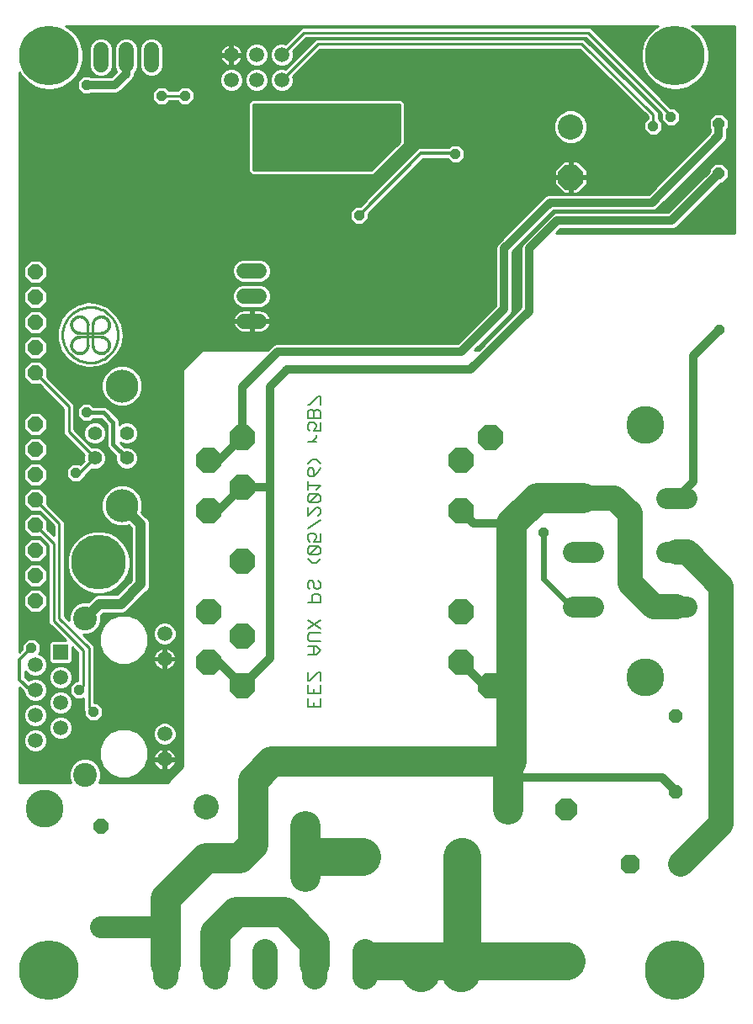
<source format=gbl>
G75*
G70*
%OFA0B0*%
%FSLAX24Y24*%
%IPPOS*%
%LPD*%
%AMOC8*
5,1,8,0,0,1.08239X$1,22.5*
%
%ADD10C,0.0060*%
%ADD11C,0.1000*%
%ADD12OC8,0.1000*%
%ADD13OC8,0.1181*%
%ADD14C,0.0594*%
%ADD15C,0.1000*%
%ADD16OC8,0.0885*%
%ADD17C,0.0100*%
%ADD18C,0.0010*%
%ADD19C,0.0825*%
%ADD20OC8,0.0560*%
%ADD21OC8,0.0760*%
%ADD22C,0.1502*%
%ADD23C,0.0594*%
%ADD24C,0.0560*%
%ADD25C,0.1306*%
%ADD26OC8,0.0594*%
%ADD27R,0.0594X0.0594*%
%ADD28C,0.0945*%
%ADD29OC8,0.0600*%
%ADD30C,0.1200*%
%ADD31R,0.0396X0.0396*%
%ADD32OC8,0.0396*%
%ADD33C,0.2362*%
%ADD34C,0.0320*%
%ADD35C,0.0860*%
%ADD36C,0.1500*%
%ADD37C,0.1500*%
%ADD38C,0.0400*%
%ADD39C,0.0240*%
%ADD40C,0.0120*%
%ADD41C,0.0160*%
%ADD42OC8,0.0436*%
%ADD43C,0.2165*%
D10*
X019595Y017437D02*
X019595Y017771D01*
X019595Y017953D02*
X019595Y018286D01*
X019595Y018468D02*
X019595Y018802D01*
X019595Y018468D02*
X019678Y018468D01*
X020012Y018802D01*
X020095Y018802D01*
X020095Y018468D01*
X020095Y018286D02*
X020095Y017953D01*
X019595Y017953D01*
X019845Y017953D02*
X019845Y018119D01*
X020095Y017771D02*
X020095Y017437D01*
X019595Y017437D01*
X019845Y017437D02*
X019845Y017604D01*
X019845Y019500D02*
X019845Y019833D01*
X019928Y019833D02*
X019595Y019833D01*
X019678Y020015D02*
X019595Y020099D01*
X019595Y020265D01*
X019678Y020349D01*
X020095Y020349D01*
X020095Y020531D02*
X019595Y020864D01*
X019595Y020531D02*
X020095Y020864D01*
X020095Y021562D02*
X019595Y021562D01*
X019761Y021562D02*
X019761Y021812D01*
X019845Y021896D01*
X020012Y021896D01*
X020095Y021812D01*
X020095Y021562D01*
X020012Y022078D02*
X019928Y022078D01*
X019845Y022161D01*
X019845Y022328D01*
X019761Y022411D01*
X019678Y022411D01*
X019595Y022328D01*
X019595Y022161D01*
X019678Y022078D01*
X020012Y022078D02*
X020095Y022161D01*
X020095Y022328D01*
X020012Y022411D01*
X019928Y023109D02*
X019761Y023109D01*
X019595Y023276D01*
X019678Y023453D02*
X020012Y023786D01*
X019678Y023786D01*
X019595Y023703D01*
X019595Y023536D01*
X019678Y023453D01*
X020012Y023453D01*
X020095Y023536D01*
X020095Y023703D01*
X020012Y023786D01*
X020095Y023968D02*
X019845Y023968D01*
X019928Y024135D01*
X019928Y024219D01*
X019845Y024302D01*
X019678Y024302D01*
X019595Y024219D01*
X019595Y024052D01*
X019678Y023968D01*
X020095Y023968D02*
X020095Y024302D01*
X020095Y024818D02*
X019595Y024484D01*
X019595Y025000D02*
X019928Y025333D01*
X020012Y025333D01*
X020095Y025250D01*
X020095Y025083D01*
X020012Y025000D01*
X019595Y025000D02*
X019595Y025333D01*
X019678Y025515D02*
X020012Y025849D01*
X019678Y025849D01*
X019595Y025766D01*
X019595Y025599D01*
X019678Y025515D01*
X020012Y025515D01*
X020095Y025599D01*
X020095Y025766D01*
X020012Y025849D01*
X019928Y026031D02*
X020095Y026198D01*
X019595Y026198D01*
X019595Y026031D02*
X019595Y026365D01*
X019678Y026547D02*
X019595Y026630D01*
X019595Y026797D01*
X019678Y026880D01*
X019761Y026880D01*
X019845Y026797D01*
X019845Y026547D01*
X019678Y026547D01*
X019845Y026547D02*
X020012Y026713D01*
X020095Y026880D01*
X020095Y027062D02*
X019928Y027229D01*
X019761Y027229D01*
X019595Y027062D01*
X019595Y027922D02*
X019928Y027922D01*
X019928Y028088D02*
X019928Y028172D01*
X019928Y028088D02*
X019761Y027922D01*
X019678Y028351D02*
X019595Y028435D01*
X019595Y028602D01*
X019678Y028685D01*
X019845Y028685D01*
X019928Y028602D01*
X019928Y028518D01*
X019845Y028351D01*
X020095Y028351D01*
X020095Y028685D01*
X020095Y028867D02*
X020095Y029117D01*
X020012Y029201D01*
X019928Y029201D01*
X019845Y029117D01*
X019845Y028867D01*
X019595Y028867D02*
X020095Y028867D01*
X019845Y029117D02*
X019761Y029201D01*
X019678Y029201D01*
X019595Y029117D01*
X019595Y028867D01*
X019595Y029383D02*
X019678Y029383D01*
X020012Y029716D01*
X020095Y029716D01*
X020095Y029383D01*
X020095Y023276D02*
X019928Y023109D01*
X020095Y020015D02*
X019678Y020015D01*
X019928Y019833D02*
X020095Y019666D01*
X019928Y019500D01*
X019595Y019500D01*
D11*
X015587Y013451D03*
X015587Y011426D03*
X019524Y010678D03*
X019524Y012703D03*
X021756Y011487D03*
X025693Y011487D03*
X030015Y040403D03*
D12*
X030015Y038403D03*
X026852Y028098D03*
X025681Y027177D03*
X025681Y025177D03*
X025681Y021177D03*
X025681Y019177D03*
X026852Y018256D03*
X017009Y018256D03*
X015681Y019177D03*
X017009Y020224D03*
X015681Y021177D03*
X017009Y023177D03*
X015681Y025177D03*
X017009Y026130D03*
X015681Y027177D03*
X017009Y028098D03*
D13*
X024906Y037302D03*
D14*
X017677Y034702D02*
X017084Y034702D01*
X017084Y033702D02*
X017677Y033702D01*
X017677Y032702D02*
X017084Y032702D01*
X013406Y042855D02*
X013406Y043449D01*
X012406Y043449D02*
X012406Y042855D01*
X011406Y042855D02*
X011406Y043449D01*
D15*
X030506Y025702D02*
X031756Y025702D01*
X032381Y025077D01*
X032381Y022327D01*
X033306Y021402D01*
X034206Y021402D01*
X035981Y022202D02*
X034631Y023552D01*
X034206Y023552D01*
X035981Y022202D02*
X035981Y012802D01*
X034381Y011202D01*
X021859Y007734D02*
X021859Y006734D01*
X019890Y006734D02*
X019890Y007734D01*
X017922Y007734D02*
X017922Y006734D01*
X015953Y006734D02*
X015953Y007734D01*
X013985Y007734D02*
X013985Y006734D01*
D16*
X027535Y007362D03*
X029841Y007362D03*
X029841Y013362D03*
X027535Y013362D03*
D17*
X014656Y015052D02*
X014031Y014427D01*
X011344Y014427D01*
X011418Y014604D01*
X011418Y014859D01*
X011320Y015095D01*
X011139Y015276D01*
X010903Y015374D01*
X010647Y015374D01*
X010411Y015276D01*
X010230Y015095D01*
X010133Y014859D01*
X010133Y014604D01*
X010206Y014427D01*
X008169Y014427D01*
X008169Y018189D01*
X008340Y018018D01*
X008340Y017989D01*
X008411Y017817D01*
X008542Y017686D01*
X008714Y017615D01*
X008899Y017615D01*
X009071Y017686D01*
X009202Y017817D01*
X009273Y017989D01*
X009273Y018175D01*
X009202Y018346D01*
X009071Y018478D01*
X008899Y018549D01*
X008714Y018549D01*
X008542Y018478D01*
X008536Y018472D01*
X008411Y018597D01*
X008411Y018818D01*
X008411Y018817D01*
X008542Y018686D01*
X008714Y018615D01*
X008899Y018615D01*
X009071Y018686D01*
X009202Y018817D01*
X009273Y018989D01*
X009273Y019175D01*
X009202Y019346D01*
X009071Y019478D01*
X008951Y019527D01*
X009024Y019600D01*
X009024Y019905D01*
X008808Y020120D01*
X008503Y020120D01*
X008287Y019905D01*
X008287Y019709D01*
X008169Y019591D01*
X008169Y042555D01*
X008262Y042393D01*
X008514Y042141D01*
X008822Y041963D01*
X009166Y041871D01*
X009521Y041871D01*
X009865Y041963D01*
X010173Y042141D01*
X010425Y042393D01*
X010603Y042701D01*
X010695Y043045D01*
X010695Y043400D01*
X010603Y043744D01*
X010425Y044052D01*
X010173Y044304D01*
X010011Y044397D01*
X033479Y044397D01*
X033317Y044304D01*
X033066Y044052D01*
X032888Y043744D01*
X032796Y043400D01*
X032796Y043045D01*
X032888Y042701D01*
X033066Y042393D01*
X033317Y042141D01*
X033625Y041963D01*
X033969Y041871D01*
X034325Y041871D01*
X034668Y041963D01*
X034976Y042141D01*
X035228Y042393D01*
X035406Y042701D01*
X035498Y043045D01*
X035498Y043400D01*
X035406Y043744D01*
X035228Y044052D01*
X034976Y044304D01*
X034814Y044397D01*
X036503Y044397D01*
X036503Y036177D01*
X029447Y036177D01*
X029617Y036347D01*
X034071Y036347D01*
X034193Y036397D01*
X035959Y038164D01*
X036041Y038164D01*
X036268Y038392D01*
X036268Y038713D01*
X036041Y038940D01*
X035720Y038940D01*
X035493Y038713D01*
X035493Y038631D01*
X033869Y037007D01*
X029415Y037007D01*
X029294Y036957D01*
X028101Y035764D01*
X028051Y035643D01*
X028051Y033239D01*
X026364Y031552D01*
X026222Y031552D01*
X027568Y032897D01*
X027660Y032990D01*
X027711Y033112D01*
X027711Y035440D01*
X029342Y037072D01*
X033296Y037072D01*
X033418Y037122D01*
X036160Y039865D01*
X036211Y039987D01*
X036211Y040309D01*
X036268Y040367D01*
X036268Y040688D01*
X036041Y040915D01*
X035720Y040915D01*
X035493Y040688D01*
X035493Y040367D01*
X035551Y040309D01*
X035551Y040189D01*
X033094Y037732D01*
X029140Y037732D01*
X029019Y037682D01*
X027101Y035764D01*
X027051Y035643D01*
X027051Y033314D01*
X025544Y031807D01*
X018340Y031807D01*
X018219Y031757D01*
X018014Y031552D01*
X015406Y031552D01*
X014656Y030802D01*
X014656Y015052D01*
X014656Y015080D02*
X014287Y015080D01*
X014307Y015108D02*
X014339Y015170D01*
X014361Y015237D01*
X014369Y015293D01*
X013973Y015293D01*
X013973Y014897D01*
X014029Y014906D01*
X014096Y014928D01*
X014159Y014960D01*
X014216Y015001D01*
X014266Y015051D01*
X014307Y015108D01*
X014342Y015179D02*
X014656Y015179D01*
X014656Y015277D02*
X014367Y015277D01*
X014369Y015390D02*
X013973Y015390D01*
X013973Y015293D01*
X013876Y015293D01*
X013876Y014897D01*
X013820Y014906D01*
X013753Y014928D01*
X013690Y014960D01*
X013634Y015001D01*
X013584Y015051D01*
X013542Y015108D01*
X013511Y015170D01*
X013489Y015237D01*
X013480Y015293D01*
X013876Y015293D01*
X013876Y015390D01*
X013480Y015390D01*
X013489Y015446D01*
X013511Y015513D01*
X013542Y015576D01*
X013584Y015633D01*
X013634Y015683D01*
X013690Y015724D01*
X013753Y015756D01*
X013820Y015778D01*
X013876Y015786D01*
X013876Y015390D01*
X013973Y015390D01*
X013973Y015786D01*
X014029Y015778D01*
X014096Y015756D01*
X014159Y015724D01*
X014216Y015683D01*
X014266Y015633D01*
X014307Y015576D01*
X014339Y015513D01*
X014361Y015446D01*
X014369Y015390D01*
X014351Y015474D02*
X014656Y015474D01*
X014656Y015376D02*
X013973Y015376D01*
X013876Y015376D02*
X013282Y015376D01*
X013286Y015387D02*
X013137Y015027D01*
X012862Y014751D01*
X012501Y014602D01*
X012112Y014602D01*
X011751Y014751D01*
X011476Y015027D01*
X011327Y015387D01*
X011327Y015777D01*
X011476Y016137D01*
X011751Y016413D01*
X012112Y016562D01*
X012501Y016562D01*
X012862Y016413D01*
X013137Y016137D01*
X013286Y015777D01*
X013286Y015387D01*
X013286Y015474D02*
X013498Y015474D01*
X013541Y015573D02*
X013286Y015573D01*
X013286Y015671D02*
X013622Y015671D01*
X013796Y015770D02*
X013286Y015770D01*
X013249Y015868D02*
X014656Y015868D01*
X014656Y015770D02*
X014054Y015770D01*
X013973Y015770D02*
X013876Y015770D01*
X013876Y015671D02*
X013973Y015671D01*
X013973Y015573D02*
X013876Y015573D01*
X013876Y015474D02*
X013973Y015474D01*
X013973Y015277D02*
X013876Y015277D01*
X013876Y015179D02*
X013973Y015179D01*
X013973Y015080D02*
X013876Y015080D01*
X013876Y014982D02*
X013973Y014982D01*
X014189Y014982D02*
X014585Y014982D01*
X014487Y014883D02*
X012994Y014883D01*
X013092Y014982D02*
X013660Y014982D01*
X013562Y015080D02*
X013159Y015080D01*
X013200Y015179D02*
X013508Y015179D01*
X013482Y015277D02*
X013241Y015277D01*
X012895Y014785D02*
X014388Y014785D01*
X014290Y014686D02*
X012705Y014686D01*
X011908Y014686D02*
X011418Y014686D01*
X011411Y014588D02*
X014191Y014588D01*
X014093Y014489D02*
X011370Y014489D01*
X011418Y014785D02*
X011718Y014785D01*
X011619Y014883D02*
X011408Y014883D01*
X011367Y014982D02*
X011521Y014982D01*
X011454Y015080D02*
X011326Y015080D01*
X011413Y015179D02*
X011236Y015179D01*
X011136Y015277D02*
X011372Y015277D01*
X011331Y015376D02*
X008169Y015376D01*
X008169Y015474D02*
X011327Y015474D01*
X011327Y015573D02*
X008169Y015573D01*
X008169Y015671D02*
X008578Y015671D01*
X008542Y015686D02*
X008714Y015615D01*
X008899Y015615D01*
X009071Y015686D01*
X009202Y015817D01*
X009273Y015989D01*
X009273Y016175D01*
X009202Y016346D01*
X009071Y016478D01*
X008899Y016549D01*
X008714Y016549D01*
X008542Y016478D01*
X008411Y016346D01*
X008340Y016175D01*
X008340Y015989D01*
X008411Y015817D01*
X008542Y015686D01*
X008459Y015770D02*
X008169Y015770D01*
X008169Y015868D02*
X008390Y015868D01*
X008349Y015967D02*
X008169Y015967D01*
X008169Y016065D02*
X008340Y016065D01*
X008340Y016164D02*
X008169Y016164D01*
X008169Y016262D02*
X008376Y016262D01*
X008425Y016361D02*
X008169Y016361D01*
X008169Y016459D02*
X008524Y016459D01*
X008614Y016656D02*
X008169Y016656D01*
X008169Y016558D02*
X009340Y016558D01*
X009340Y016489D02*
X009411Y016317D01*
X009542Y016186D01*
X009714Y016115D01*
X009899Y016115D01*
X010071Y016186D01*
X010202Y016317D01*
X010273Y016489D01*
X010273Y016675D01*
X010202Y016846D01*
X010071Y016978D01*
X009899Y017049D01*
X009714Y017049D01*
X009542Y016978D01*
X009411Y016846D01*
X009340Y016675D01*
X009340Y016489D01*
X009352Y016459D02*
X009089Y016459D01*
X009188Y016361D02*
X009393Y016361D01*
X009466Y016262D02*
X009237Y016262D01*
X009273Y016164D02*
X009596Y016164D01*
X009273Y016065D02*
X011446Y016065D01*
X011405Y015967D02*
X009264Y015967D01*
X009223Y015868D02*
X011364Y015868D01*
X011327Y015770D02*
X009155Y015770D01*
X009035Y015671D02*
X011327Y015671D01*
X011503Y016164D02*
X010017Y016164D01*
X010147Y016262D02*
X011601Y016262D01*
X011700Y016361D02*
X010220Y016361D01*
X010261Y016459D02*
X011864Y016459D01*
X012102Y016558D02*
X010273Y016558D01*
X010273Y016656D02*
X013579Y016656D01*
X013529Y016606D02*
X013458Y016435D01*
X013458Y016249D01*
X013529Y016077D01*
X013660Y015946D01*
X013832Y015875D01*
X014018Y015875D01*
X014189Y015946D01*
X014320Y016077D01*
X014392Y016249D01*
X014392Y016435D01*
X014320Y016606D01*
X014189Y016738D01*
X014018Y016809D01*
X013832Y016809D01*
X013660Y016738D01*
X013529Y016606D01*
X013509Y016558D02*
X012511Y016558D01*
X012749Y016459D02*
X013468Y016459D01*
X013458Y016361D02*
X012914Y016361D01*
X013012Y016262D02*
X013458Y016262D01*
X013493Y016164D02*
X013111Y016164D01*
X013167Y016065D02*
X013541Y016065D01*
X013639Y015967D02*
X013208Y015967D01*
X013702Y016755D02*
X010240Y016755D01*
X010195Y016853D02*
X014656Y016853D01*
X014656Y016755D02*
X014148Y016755D01*
X014270Y016656D02*
X014656Y016656D01*
X014656Y016558D02*
X014341Y016558D01*
X014381Y016459D02*
X014656Y016459D01*
X014656Y016361D02*
X014392Y016361D01*
X014392Y016262D02*
X014656Y016262D01*
X014656Y016164D02*
X014356Y016164D01*
X014308Y016065D02*
X014656Y016065D01*
X014656Y015967D02*
X014210Y015967D01*
X014227Y015671D02*
X014656Y015671D01*
X014656Y015573D02*
X014309Y015573D01*
X014656Y016952D02*
X011351Y016952D01*
X011258Y016859D02*
X011474Y017075D01*
X011474Y017380D01*
X011258Y017595D01*
X011151Y017595D01*
X011151Y019843D01*
X010704Y020290D01*
X010903Y020290D01*
X011139Y020388D01*
X011320Y020568D01*
X011418Y020804D01*
X011418Y021041D01*
X011509Y021132D01*
X012279Y021132D01*
X012415Y021188D01*
X013190Y021963D01*
X013294Y022068D01*
X013351Y022204D01*
X013351Y024723D01*
X013294Y024859D01*
X013190Y024963D01*
X013016Y025138D01*
X013055Y025234D01*
X013055Y025561D01*
X012930Y025864D01*
X012699Y026095D01*
X012396Y026221D01*
X012069Y026221D01*
X011766Y026095D01*
X011535Y025864D01*
X011410Y025561D01*
X011410Y025234D01*
X011535Y024932D01*
X011766Y024700D01*
X012069Y024575D01*
X012396Y024575D01*
X012492Y024615D01*
X012611Y024497D01*
X012611Y022430D01*
X012052Y021872D01*
X011282Y021872D01*
X011146Y021816D01*
X011042Y021712D01*
X010904Y021574D01*
X010903Y021575D01*
X010647Y021575D01*
X010411Y021477D01*
X010230Y021296D01*
X010133Y021060D01*
X010133Y020861D01*
X009976Y021018D01*
X009976Y024768D01*
X009272Y025471D01*
X009272Y025821D01*
X008999Y026094D01*
X008612Y026094D01*
X008339Y025821D01*
X008339Y025434D01*
X008612Y025160D01*
X008961Y025160D01*
X009536Y024586D01*
X009536Y024208D01*
X009272Y024471D01*
X009272Y024821D01*
X008999Y025094D01*
X008612Y025094D01*
X008339Y024821D01*
X008339Y024434D01*
X008612Y024160D01*
X008961Y024160D01*
X009311Y023811D01*
X009311Y020736D01*
X009439Y020607D01*
X009998Y020049D01*
X009439Y020049D01*
X009340Y019949D01*
X009340Y019215D01*
X009439Y019115D01*
X010174Y019115D01*
X010273Y019215D01*
X010273Y019773D01*
X010486Y019561D01*
X010486Y018470D01*
X010378Y018470D01*
X010162Y018255D01*
X010162Y017950D01*
X010378Y017734D01*
X010683Y017734D01*
X010711Y017762D01*
X010711Y017459D01*
X010704Y017451D01*
X010711Y017369D01*
X010711Y017286D01*
X010717Y017279D01*
X010718Y017269D01*
X010737Y017253D01*
X010737Y017075D01*
X010953Y016859D01*
X011258Y016859D01*
X011449Y017050D02*
X014656Y017050D01*
X014656Y017149D02*
X011474Y017149D01*
X011474Y017247D02*
X014656Y017247D01*
X014656Y017346D02*
X011474Y017346D01*
X011409Y017444D02*
X014656Y017444D01*
X014656Y017543D02*
X011311Y017543D01*
X011151Y017641D02*
X014656Y017641D01*
X014656Y017740D02*
X011151Y017740D01*
X011151Y017838D02*
X014656Y017838D01*
X014656Y017937D02*
X011151Y017937D01*
X011151Y018035D02*
X014656Y018035D01*
X014656Y018134D02*
X011151Y018134D01*
X011151Y018232D02*
X014656Y018232D01*
X014656Y018331D02*
X011151Y018331D01*
X011151Y018429D02*
X014656Y018429D01*
X014656Y018528D02*
X011151Y018528D01*
X011151Y018626D02*
X014656Y018626D01*
X014656Y018725D02*
X011151Y018725D01*
X011151Y018823D02*
X014656Y018823D01*
X014656Y018922D02*
X014123Y018922D01*
X014096Y018908D02*
X014159Y018940D01*
X014216Y018981D01*
X014266Y019031D01*
X014307Y019088D01*
X014339Y019151D01*
X014361Y019217D01*
X014360Y019217D02*
X014656Y019217D01*
X014656Y019119D02*
X014323Y019119D01*
X014361Y019217D02*
X014369Y019274D01*
X013973Y019274D01*
X013973Y019370D01*
X014369Y019370D01*
X014361Y019427D01*
X014339Y019494D01*
X014307Y019556D01*
X014266Y019613D01*
X014216Y019663D01*
X014159Y019704D01*
X014096Y019736D01*
X014029Y019758D01*
X013973Y019767D01*
X013973Y019370D01*
X013876Y019370D01*
X013876Y019274D01*
X013480Y019274D01*
X013489Y019217D01*
X012780Y019217D01*
X012862Y019251D02*
X013137Y019527D01*
X013286Y019887D01*
X013286Y020277D01*
X013137Y020637D01*
X012862Y020913D01*
X012501Y021062D01*
X012112Y021062D01*
X011751Y020913D01*
X011476Y020637D01*
X011327Y020277D01*
X011327Y019887D01*
X011476Y019527D01*
X011751Y019251D01*
X012112Y019102D01*
X012501Y019102D01*
X012862Y019251D01*
X012926Y019316D02*
X013876Y019316D01*
X013876Y019274D02*
X013973Y019274D01*
X013973Y018877D01*
X014029Y018886D01*
X014096Y018908D01*
X013973Y018922D02*
X013876Y018922D01*
X013876Y018877D02*
X013876Y019274D01*
X013876Y019217D02*
X013973Y019217D01*
X013973Y019119D02*
X013876Y019119D01*
X013876Y019020D02*
X013973Y019020D01*
X013876Y018877D02*
X013820Y018886D01*
X013753Y018908D01*
X013690Y018940D01*
X013634Y018981D01*
X013584Y019031D01*
X013542Y019088D01*
X013511Y019151D01*
X013489Y019217D01*
X013527Y019119D02*
X012542Y019119D01*
X012071Y019119D02*
X011151Y019119D01*
X011151Y019217D02*
X011833Y019217D01*
X011687Y019316D02*
X011151Y019316D01*
X011151Y019414D02*
X011588Y019414D01*
X011490Y019513D02*
X011151Y019513D01*
X011151Y019611D02*
X011441Y019611D01*
X011400Y019710D02*
X011151Y019710D01*
X011151Y019808D02*
X011359Y019808D01*
X011327Y019907D02*
X011087Y019907D01*
X010989Y020005D02*
X011327Y020005D01*
X011327Y020104D02*
X010890Y020104D01*
X010792Y020202D02*
X011327Y020202D01*
X011337Y020301D02*
X010929Y020301D01*
X011151Y020399D02*
X011377Y020399D01*
X011418Y020498D02*
X011249Y020498D01*
X011331Y020596D02*
X011459Y020596D01*
X011534Y020695D02*
X011372Y020695D01*
X011413Y020793D02*
X011632Y020793D01*
X011731Y020892D02*
X011418Y020892D01*
X011418Y020990D02*
X011939Y020990D01*
X012412Y021187D02*
X014656Y021187D01*
X014656Y021089D02*
X011465Y021089D01*
X010911Y021581D02*
X009976Y021581D01*
X009976Y021483D02*
X010425Y021483D01*
X010318Y021384D02*
X009976Y021384D01*
X009976Y021286D02*
X010226Y021286D01*
X010185Y021187D02*
X009976Y021187D01*
X009976Y021089D02*
X010144Y021089D01*
X010133Y020990D02*
X010004Y020990D01*
X010102Y020892D02*
X010133Y020892D01*
X009756Y020927D02*
X009756Y024677D01*
X008806Y025627D01*
X009272Y025620D02*
X011434Y025620D01*
X011410Y025521D02*
X009272Y025521D01*
X009321Y025423D02*
X011410Y025423D01*
X011410Y025324D02*
X009420Y025324D01*
X009518Y025226D02*
X011413Y025226D01*
X011454Y025127D02*
X009617Y025127D01*
X009715Y025029D02*
X011495Y025029D01*
X011537Y024930D02*
X009814Y024930D01*
X009912Y024832D02*
X011635Y024832D01*
X011734Y024733D02*
X009976Y024733D01*
X009976Y024635D02*
X011925Y024635D01*
X011796Y024311D02*
X011477Y024396D01*
X011147Y024396D01*
X010829Y024311D01*
X010543Y024146D01*
X010310Y023913D01*
X010145Y023627D01*
X010059Y023309D01*
X010059Y022979D01*
X010145Y022660D01*
X010310Y022375D01*
X010543Y022141D01*
X010829Y021976D01*
X011147Y021891D01*
X011477Y021891D01*
X011796Y021976D01*
X012081Y022141D01*
X012314Y022375D01*
X012479Y022660D01*
X012565Y022979D01*
X012565Y023309D01*
X012479Y023627D01*
X012314Y023913D01*
X012081Y024146D01*
X011796Y024311D01*
X011690Y024339D02*
X012611Y024339D01*
X012611Y024241D02*
X011917Y024241D01*
X012085Y024142D02*
X012611Y024142D01*
X012611Y024044D02*
X012184Y024044D01*
X012282Y023945D02*
X012611Y023945D01*
X012611Y023847D02*
X012353Y023847D01*
X012410Y023748D02*
X012611Y023748D01*
X012611Y023650D02*
X012466Y023650D01*
X012500Y023551D02*
X012611Y023551D01*
X012611Y023453D02*
X012526Y023453D01*
X012553Y023354D02*
X012611Y023354D01*
X012611Y023256D02*
X012565Y023256D01*
X012565Y023157D02*
X012611Y023157D01*
X012611Y023059D02*
X012565Y023059D01*
X012560Y022960D02*
X012611Y022960D01*
X012611Y022862D02*
X012533Y022862D01*
X012507Y022763D02*
X012611Y022763D01*
X012611Y022665D02*
X012481Y022665D01*
X012425Y022566D02*
X012611Y022566D01*
X012611Y022468D02*
X012368Y022468D01*
X012309Y022369D02*
X012549Y022369D01*
X012451Y022271D02*
X012211Y022271D01*
X012112Y022172D02*
X012352Y022172D01*
X012254Y022074D02*
X011964Y022074D01*
X011791Y021975D02*
X012155Y021975D01*
X012057Y021877D02*
X009976Y021877D01*
X009976Y021975D02*
X010833Y021975D01*
X010660Y022074D02*
X009976Y022074D01*
X009976Y022172D02*
X010512Y022172D01*
X010414Y022271D02*
X009976Y022271D01*
X009976Y022369D02*
X010315Y022369D01*
X010256Y022468D02*
X009976Y022468D01*
X009976Y022566D02*
X010199Y022566D01*
X010144Y022665D02*
X009976Y022665D01*
X009976Y022763D02*
X010117Y022763D01*
X010091Y022862D02*
X009976Y022862D01*
X009976Y022960D02*
X010064Y022960D01*
X010059Y023059D02*
X009976Y023059D01*
X009976Y023157D02*
X010059Y023157D01*
X010059Y023256D02*
X009976Y023256D01*
X009976Y023354D02*
X010072Y023354D01*
X010098Y023453D02*
X009976Y023453D01*
X009976Y023551D02*
X010124Y023551D01*
X010158Y023650D02*
X009976Y023650D01*
X009976Y023748D02*
X010215Y023748D01*
X010271Y023847D02*
X009976Y023847D01*
X009976Y023945D02*
X010342Y023945D01*
X010441Y024044D02*
X009976Y024044D01*
X009976Y024142D02*
X010539Y024142D01*
X010707Y024241D02*
X009976Y024241D01*
X009976Y024339D02*
X010934Y024339D01*
X009976Y024438D02*
X012611Y024438D01*
X012571Y024536D02*
X009976Y024536D01*
X009536Y024536D02*
X009272Y024536D01*
X009272Y024635D02*
X009487Y024635D01*
X009388Y024733D02*
X009272Y024733D01*
X009261Y024832D02*
X009290Y024832D01*
X009191Y024930D02*
X009163Y024930D01*
X009093Y025029D02*
X009064Y025029D01*
X008994Y025127D02*
X008169Y025127D01*
X008169Y025029D02*
X008547Y025029D01*
X008448Y024930D02*
X008169Y024930D01*
X008169Y024832D02*
X008350Y024832D01*
X008339Y024733D02*
X008169Y024733D01*
X008169Y024635D02*
X008339Y024635D01*
X008339Y024536D02*
X008169Y024536D01*
X008169Y024438D02*
X008339Y024438D01*
X008433Y024339D02*
X008169Y024339D01*
X008169Y024241D02*
X008532Y024241D01*
X008612Y024094D02*
X008339Y023821D01*
X008339Y023434D01*
X008612Y023160D01*
X008999Y023160D01*
X009272Y023434D01*
X009272Y023821D01*
X008999Y024094D01*
X008612Y024094D01*
X008562Y024044D02*
X008169Y024044D01*
X008169Y024142D02*
X008979Y024142D01*
X009049Y024044D02*
X009078Y024044D01*
X009148Y023945D02*
X009176Y023945D01*
X009246Y023847D02*
X009275Y023847D01*
X009272Y023748D02*
X009311Y023748D01*
X009311Y023650D02*
X009272Y023650D01*
X009272Y023551D02*
X009311Y023551D01*
X009311Y023453D02*
X009272Y023453D01*
X009311Y023354D02*
X009193Y023354D01*
X009094Y023256D02*
X009311Y023256D01*
X009311Y023157D02*
X008169Y023157D01*
X008169Y023059D02*
X008577Y023059D01*
X008612Y023094D02*
X008339Y022821D01*
X008339Y022434D01*
X008612Y022160D01*
X008999Y022160D01*
X009272Y022434D01*
X009272Y022821D01*
X008999Y023094D01*
X008612Y023094D01*
X008517Y023256D02*
X008169Y023256D01*
X008169Y023354D02*
X008418Y023354D01*
X008339Y023453D02*
X008169Y023453D01*
X008169Y023551D02*
X008339Y023551D01*
X008339Y023650D02*
X008169Y023650D01*
X008169Y023748D02*
X008339Y023748D01*
X008365Y023847D02*
X008169Y023847D01*
X008169Y023945D02*
X008463Y023945D01*
X008806Y024627D02*
X009531Y023902D01*
X009531Y020827D01*
X010706Y019652D01*
X010706Y018277D01*
X010531Y018102D01*
X010274Y017838D02*
X010206Y017838D01*
X010202Y017846D02*
X010071Y017978D01*
X009899Y018049D01*
X009714Y018049D01*
X009542Y017978D01*
X009411Y017846D01*
X009340Y017675D01*
X009340Y017489D01*
X009411Y017317D01*
X009542Y017186D01*
X009714Y017115D01*
X009899Y017115D01*
X010071Y017186D01*
X010202Y017317D01*
X010273Y017489D01*
X010273Y017675D01*
X010202Y017846D01*
X010175Y017937D02*
X010112Y017937D01*
X010162Y018035D02*
X009932Y018035D01*
X009899Y018115D02*
X010071Y018186D01*
X010202Y018317D01*
X010273Y018489D01*
X010273Y018675D01*
X010202Y018846D01*
X010071Y018978D01*
X009899Y019049D01*
X009714Y019049D01*
X009542Y018978D01*
X009411Y018846D01*
X009340Y018675D01*
X009340Y018489D01*
X009411Y018317D01*
X009542Y018186D01*
X009714Y018115D01*
X009899Y018115D01*
X009944Y018134D02*
X010162Y018134D01*
X010162Y018232D02*
X010117Y018232D01*
X010208Y018331D02*
X010239Y018331D01*
X010249Y018429D02*
X010337Y018429D01*
X010273Y018528D02*
X010486Y018528D01*
X010486Y018626D02*
X010273Y018626D01*
X010253Y018725D02*
X010486Y018725D01*
X010486Y018823D02*
X010212Y018823D01*
X010127Y018922D02*
X010486Y018922D01*
X010486Y019020D02*
X009968Y019020D01*
X010177Y019119D02*
X010486Y019119D01*
X010486Y019217D02*
X010273Y019217D01*
X010273Y019316D02*
X010486Y019316D01*
X010486Y019414D02*
X010273Y019414D01*
X010273Y019513D02*
X010486Y019513D01*
X010435Y019611D02*
X010273Y019611D01*
X010273Y019710D02*
X010337Y019710D01*
X009943Y020104D02*
X008825Y020104D01*
X008923Y020005D02*
X009396Y020005D01*
X009340Y019907D02*
X009022Y019907D01*
X009024Y019808D02*
X009340Y019808D01*
X009340Y019710D02*
X009024Y019710D01*
X009024Y019611D02*
X009340Y019611D01*
X009340Y019513D02*
X008986Y019513D01*
X009134Y019414D02*
X009340Y019414D01*
X009340Y019316D02*
X009215Y019316D01*
X009256Y019217D02*
X009340Y019217D01*
X009273Y019119D02*
X009436Y019119D01*
X009273Y019020D02*
X009645Y019020D01*
X009486Y018922D02*
X009246Y018922D01*
X009205Y018823D02*
X009401Y018823D01*
X009360Y018725D02*
X009110Y018725D01*
X008926Y018626D02*
X009340Y018626D01*
X009340Y018528D02*
X008950Y018528D01*
X009119Y018429D02*
X009364Y018429D01*
X009405Y018331D02*
X009209Y018331D01*
X009250Y018232D02*
X009496Y018232D01*
X009669Y018134D02*
X009273Y018134D01*
X009273Y018035D02*
X009681Y018035D01*
X009501Y017937D02*
X009252Y017937D01*
X009211Y017838D02*
X009407Y017838D01*
X009367Y017740D02*
X009125Y017740D01*
X008963Y017641D02*
X009340Y017641D01*
X009340Y017543D02*
X008914Y017543D01*
X008899Y017549D02*
X008714Y017549D01*
X008542Y017478D01*
X008411Y017346D01*
X008340Y017175D01*
X008340Y016989D01*
X008411Y016817D01*
X008542Y016686D01*
X008714Y016615D01*
X008899Y016615D01*
X009071Y016686D01*
X009202Y016817D01*
X009273Y016989D01*
X009273Y017175D01*
X009202Y017346D01*
X009071Y017478D01*
X008899Y017549D01*
X008699Y017543D02*
X008169Y017543D01*
X008169Y017641D02*
X008651Y017641D01*
X008489Y017740D02*
X008169Y017740D01*
X008169Y017838D02*
X008402Y017838D01*
X008361Y017937D02*
X008169Y017937D01*
X008169Y018035D02*
X008322Y018035D01*
X008224Y018134D02*
X008169Y018134D01*
X008480Y018528D02*
X008663Y018528D01*
X008687Y018626D02*
X008411Y018626D01*
X008411Y018725D02*
X008504Y018725D01*
X008189Y019611D02*
X008169Y019611D01*
X008169Y019710D02*
X008287Y019710D01*
X008287Y019808D02*
X008169Y019808D01*
X008169Y019907D02*
X008290Y019907D01*
X008388Y020005D02*
X008169Y020005D01*
X008169Y020104D02*
X008487Y020104D01*
X008169Y020202D02*
X009844Y020202D01*
X009746Y020301D02*
X008169Y020301D01*
X008169Y020399D02*
X009647Y020399D01*
X009549Y020498D02*
X008169Y020498D01*
X008169Y020596D02*
X009450Y020596D01*
X009352Y020695D02*
X008169Y020695D01*
X008169Y020793D02*
X009311Y020793D01*
X009311Y020892D02*
X008169Y020892D01*
X008169Y020990D02*
X009311Y020990D01*
X009311Y021089D02*
X008169Y021089D01*
X008169Y021187D02*
X008585Y021187D01*
X008612Y021160D02*
X008999Y021160D01*
X009272Y021434D01*
X009272Y021821D01*
X008999Y022094D01*
X008612Y022094D01*
X008339Y021821D01*
X008339Y021434D01*
X008612Y021160D01*
X008487Y021286D02*
X008169Y021286D01*
X008169Y021384D02*
X008388Y021384D01*
X008339Y021483D02*
X008169Y021483D01*
X008169Y021581D02*
X008339Y021581D01*
X008339Y021680D02*
X008169Y021680D01*
X008169Y021778D02*
X008339Y021778D01*
X008395Y021877D02*
X008169Y021877D01*
X008169Y021975D02*
X008493Y021975D01*
X008592Y022074D02*
X008169Y022074D01*
X008169Y022172D02*
X008600Y022172D01*
X008502Y022271D02*
X008169Y022271D01*
X008169Y022369D02*
X008403Y022369D01*
X008339Y022468D02*
X008169Y022468D01*
X008169Y022566D02*
X008339Y022566D01*
X008339Y022665D02*
X008169Y022665D01*
X008169Y022763D02*
X008339Y022763D01*
X008380Y022862D02*
X008169Y022862D01*
X008169Y022960D02*
X008478Y022960D01*
X009034Y023059D02*
X009311Y023059D01*
X009311Y022960D02*
X009133Y022960D01*
X009231Y022862D02*
X009311Y022862D01*
X009311Y022763D02*
X009272Y022763D01*
X009272Y022665D02*
X009311Y022665D01*
X009311Y022566D02*
X009272Y022566D01*
X009272Y022468D02*
X009311Y022468D01*
X009311Y022369D02*
X009208Y022369D01*
X009109Y022271D02*
X009311Y022271D01*
X009311Y022172D02*
X009011Y022172D01*
X009019Y022074D02*
X009311Y022074D01*
X009311Y021975D02*
X009118Y021975D01*
X009216Y021877D02*
X009311Y021877D01*
X009311Y021778D02*
X009272Y021778D01*
X009272Y021680D02*
X009311Y021680D01*
X009311Y021581D02*
X009272Y021581D01*
X009272Y021483D02*
X009311Y021483D01*
X009311Y021384D02*
X009223Y021384D01*
X009311Y021286D02*
X009124Y021286D01*
X009026Y021187D02*
X009311Y021187D01*
X009756Y020927D02*
X010931Y019752D01*
X010931Y017377D01*
X011106Y017227D01*
X010860Y016952D02*
X010097Y016952D01*
X009981Y017149D02*
X010737Y017149D01*
X010737Y017247D02*
X010132Y017247D01*
X010214Y017346D02*
X010711Y017346D01*
X010705Y017444D02*
X010255Y017444D01*
X010273Y017543D02*
X010711Y017543D01*
X010711Y017641D02*
X010273Y017641D01*
X010247Y017740D02*
X010372Y017740D01*
X010689Y017740D02*
X010711Y017740D01*
X010762Y017050D02*
X009273Y017050D01*
X009273Y017149D02*
X009632Y017149D01*
X009481Y017247D02*
X009243Y017247D01*
X009203Y017346D02*
X009399Y017346D01*
X009358Y017444D02*
X009104Y017444D01*
X009258Y016952D02*
X009516Y016952D01*
X009418Y016853D02*
X009217Y016853D01*
X009140Y016755D02*
X009373Y016755D01*
X009340Y016656D02*
X008999Y016656D01*
X008474Y016755D02*
X008169Y016755D01*
X008169Y016853D02*
X008396Y016853D01*
X008355Y016952D02*
X008169Y016952D01*
X008169Y017050D02*
X008340Y017050D01*
X008340Y017149D02*
X008169Y017149D01*
X008169Y017247D02*
X008370Y017247D01*
X008411Y017346D02*
X008169Y017346D01*
X008169Y017444D02*
X008509Y017444D01*
X008169Y015277D02*
X010414Y015277D01*
X010314Y015179D02*
X008169Y015179D01*
X008169Y015080D02*
X010224Y015080D01*
X010183Y014982D02*
X008169Y014982D01*
X008169Y014883D02*
X010143Y014883D01*
X010133Y014785D02*
X008169Y014785D01*
X008169Y014686D02*
X010133Y014686D01*
X010139Y014588D02*
X008169Y014588D01*
X008169Y014489D02*
X010180Y014489D01*
X011151Y018922D02*
X013726Y018922D01*
X013595Y019020D02*
X011151Y019020D01*
X012674Y020990D02*
X014656Y020990D01*
X014656Y020892D02*
X012883Y020892D01*
X012981Y020793D02*
X014656Y020793D01*
X014656Y020695D02*
X014212Y020695D01*
X014189Y020718D02*
X014018Y020789D01*
X013832Y020789D01*
X013660Y020718D01*
X013529Y020586D01*
X013458Y020415D01*
X013458Y020229D01*
X013529Y020058D01*
X013660Y019926D01*
X013832Y019855D01*
X014018Y019855D01*
X014189Y019926D01*
X014320Y020058D01*
X014392Y020229D01*
X014392Y020415D01*
X014320Y020586D01*
X014189Y020718D01*
X014311Y020596D02*
X014656Y020596D01*
X014656Y020498D02*
X014357Y020498D01*
X014392Y020399D02*
X014656Y020399D01*
X014656Y020301D02*
X014392Y020301D01*
X014380Y020202D02*
X014656Y020202D01*
X014656Y020104D02*
X014340Y020104D01*
X014268Y020005D02*
X014656Y020005D01*
X014656Y019907D02*
X014142Y019907D01*
X014148Y019710D02*
X014656Y019710D01*
X014656Y019808D02*
X013254Y019808D01*
X013286Y019907D02*
X013707Y019907D01*
X013581Y020005D02*
X013286Y020005D01*
X013286Y020104D02*
X013510Y020104D01*
X013469Y020202D02*
X013286Y020202D01*
X013277Y020301D02*
X013458Y020301D01*
X013458Y020399D02*
X013236Y020399D01*
X013195Y020498D02*
X013492Y020498D01*
X013539Y020596D02*
X013154Y020596D01*
X013080Y020695D02*
X013637Y020695D01*
X013820Y019758D02*
X013753Y019736D01*
X013690Y019704D01*
X013634Y019663D01*
X013584Y019613D01*
X013542Y019556D01*
X013511Y019494D01*
X013489Y019427D01*
X013480Y019370D01*
X013876Y019370D01*
X013876Y019767D01*
X013820Y019758D01*
X013876Y019710D02*
X013973Y019710D01*
X013973Y019611D02*
X013876Y019611D01*
X013876Y019513D02*
X013973Y019513D01*
X013973Y019414D02*
X013876Y019414D01*
X013973Y019316D02*
X014656Y019316D01*
X014656Y019414D02*
X014362Y019414D01*
X014329Y019513D02*
X014656Y019513D01*
X014656Y019611D02*
X014267Y019611D01*
X014255Y019020D02*
X014656Y019020D01*
X013701Y019710D02*
X013213Y019710D01*
X013172Y019611D02*
X013582Y019611D01*
X013520Y019513D02*
X013123Y019513D01*
X013025Y019414D02*
X013487Y019414D01*
X012512Y021286D02*
X014656Y021286D01*
X014656Y021384D02*
X012611Y021384D01*
X012709Y021483D02*
X014656Y021483D01*
X014656Y021581D02*
X012808Y021581D01*
X012906Y021680D02*
X014656Y021680D01*
X014656Y021778D02*
X013005Y021778D01*
X013103Y021877D02*
X014656Y021877D01*
X014656Y021975D02*
X013202Y021975D01*
X013297Y022074D02*
X014656Y022074D01*
X014656Y022172D02*
X013338Y022172D01*
X013351Y022271D02*
X014656Y022271D01*
X014656Y022369D02*
X013351Y022369D01*
X013351Y022468D02*
X014656Y022468D01*
X014656Y022566D02*
X013351Y022566D01*
X013351Y022665D02*
X014656Y022665D01*
X014656Y022763D02*
X013351Y022763D01*
X013351Y022862D02*
X014656Y022862D01*
X014656Y022960D02*
X013351Y022960D01*
X013351Y023059D02*
X014656Y023059D01*
X014656Y023157D02*
X013351Y023157D01*
X013351Y023256D02*
X014656Y023256D01*
X014656Y023354D02*
X013351Y023354D01*
X013351Y023453D02*
X014656Y023453D01*
X014656Y023551D02*
X013351Y023551D01*
X013351Y023650D02*
X014656Y023650D01*
X014656Y023748D02*
X013351Y023748D01*
X013351Y023847D02*
X014656Y023847D01*
X014656Y023945D02*
X013351Y023945D01*
X013351Y024044D02*
X014656Y024044D01*
X014656Y024142D02*
X013351Y024142D01*
X013351Y024241D02*
X014656Y024241D01*
X014656Y024339D02*
X013351Y024339D01*
X013351Y024438D02*
X014656Y024438D01*
X014656Y024536D02*
X013351Y024536D01*
X013351Y024635D02*
X014656Y024635D01*
X014656Y024733D02*
X013347Y024733D01*
X013306Y024832D02*
X014656Y024832D01*
X014656Y024930D02*
X013223Y024930D01*
X013125Y025029D02*
X014656Y025029D01*
X014656Y025127D02*
X013026Y025127D01*
X013052Y025226D02*
X014656Y025226D01*
X014656Y025324D02*
X013055Y025324D01*
X013055Y025423D02*
X014656Y025423D01*
X014656Y025521D02*
X013055Y025521D01*
X013031Y025620D02*
X014656Y025620D01*
X014656Y025718D02*
X012990Y025718D01*
X012950Y025817D02*
X014656Y025817D01*
X014656Y025915D02*
X012879Y025915D01*
X012780Y026014D02*
X014656Y026014D01*
X014656Y026112D02*
X012658Y026112D01*
X012420Y026211D02*
X014656Y026211D01*
X014656Y026309D02*
X010558Y026309D01*
X010774Y026525D01*
X010774Y026555D01*
X011055Y026836D01*
X011080Y026826D01*
X011259Y026826D01*
X011424Y026894D01*
X011551Y027021D01*
X011620Y027186D01*
X011620Y027365D01*
X011551Y027531D01*
X011424Y027657D01*
X011259Y027726D01*
X011080Y027726D01*
X011045Y027711D01*
X010351Y028406D01*
X010351Y029418D01*
X009272Y030496D01*
X009272Y030846D01*
X008999Y031119D01*
X008612Y031119D01*
X008339Y030846D01*
X008339Y030459D01*
X008612Y030185D01*
X008961Y030185D01*
X009911Y029236D01*
X009911Y028224D01*
X010039Y028095D01*
X010734Y027400D01*
X010720Y027365D01*
X010720Y027186D01*
X010730Y027161D01*
X010586Y027017D01*
X010558Y027045D01*
X010253Y027045D01*
X010037Y026830D01*
X010037Y026525D01*
X010253Y026309D01*
X010558Y026309D01*
X010657Y026408D02*
X014656Y026408D01*
X014656Y026506D02*
X010755Y026506D01*
X010824Y026605D02*
X014656Y026605D01*
X014656Y026703D02*
X010922Y026703D01*
X011021Y026802D02*
X014656Y026802D01*
X014656Y026900D02*
X012690Y026900D01*
X012684Y026894D02*
X012811Y027021D01*
X012879Y027186D01*
X012879Y027365D01*
X012811Y027531D01*
X012684Y027657D01*
X012519Y027726D01*
X012340Y027726D01*
X012335Y027724D01*
X012184Y027875D01*
X012340Y027810D01*
X012519Y027810D01*
X012684Y027879D01*
X012811Y028005D01*
X012879Y028171D01*
X012879Y028350D01*
X012811Y028515D01*
X012684Y028642D01*
X012519Y028710D01*
X012340Y028710D01*
X012174Y028642D01*
X012131Y028598D01*
X012131Y028752D01*
X012093Y028844D01*
X011647Y029289D01*
X011555Y029327D01*
X011101Y029327D01*
X010983Y029445D01*
X010678Y029445D01*
X010462Y029230D01*
X010462Y028925D01*
X010678Y028709D01*
X010983Y028709D01*
X011101Y028827D01*
X011402Y028827D01*
X011631Y028599D01*
X011631Y027775D01*
X011669Y027683D01*
X011981Y027370D01*
X011979Y027365D01*
X011979Y027186D01*
X012048Y027021D01*
X012174Y026894D01*
X012340Y026826D01*
X012519Y026826D01*
X012684Y026894D01*
X012789Y026999D02*
X014656Y026999D01*
X014656Y027097D02*
X012843Y027097D01*
X012879Y027196D02*
X014656Y027196D01*
X014656Y027294D02*
X012879Y027294D01*
X012868Y027393D02*
X014656Y027393D01*
X014656Y027491D02*
X012827Y027491D01*
X012752Y027590D02*
X014656Y027590D01*
X014656Y027688D02*
X012610Y027688D01*
X012691Y027885D02*
X014656Y027885D01*
X014656Y027787D02*
X012272Y027787D01*
X011959Y027393D02*
X011608Y027393D01*
X011620Y027294D02*
X011979Y027294D01*
X011979Y027196D02*
X011620Y027196D01*
X011583Y027097D02*
X012016Y027097D01*
X012070Y026999D02*
X011529Y026999D01*
X011430Y026900D02*
X012169Y026900D01*
X011860Y027491D02*
X011567Y027491D01*
X011492Y027590D02*
X011762Y027590D01*
X011666Y027688D02*
X011350Y027688D01*
X011259Y027810D02*
X011424Y027879D01*
X011551Y028005D01*
X011620Y028171D01*
X011620Y028350D01*
X011551Y028515D01*
X011424Y028642D01*
X011259Y028710D01*
X011080Y028710D01*
X010915Y028642D01*
X010788Y028515D01*
X010720Y028350D01*
X010720Y028171D01*
X010788Y028005D01*
X010915Y027879D01*
X011080Y027810D01*
X011259Y027810D01*
X011431Y027885D02*
X011631Y027885D01*
X011631Y027787D02*
X010970Y027787D01*
X010908Y027885D02*
X010871Y027885D01*
X010809Y027984D02*
X010773Y027984D01*
X010756Y028082D02*
X010674Y028082D01*
X010720Y028181D02*
X010576Y028181D01*
X010477Y028279D02*
X010720Y028279D01*
X010731Y028378D02*
X010379Y028378D01*
X010351Y028476D02*
X010772Y028476D01*
X010848Y028575D02*
X010351Y028575D01*
X010351Y028673D02*
X010991Y028673D01*
X011046Y028772D02*
X011457Y028772D01*
X011556Y028673D02*
X011348Y028673D01*
X011491Y028575D02*
X011631Y028575D01*
X011631Y028476D02*
X011567Y028476D01*
X011608Y028378D02*
X011631Y028378D01*
X011620Y028279D02*
X011631Y028279D01*
X011620Y028181D02*
X011631Y028181D01*
X011631Y028082D02*
X011583Y028082D01*
X011631Y027984D02*
X011530Y027984D01*
X011170Y027276D02*
X010131Y028315D01*
X010131Y029327D01*
X008806Y030652D01*
X009272Y030643D02*
X011574Y030643D01*
X011535Y030604D02*
X011766Y030835D01*
X012069Y030961D01*
X012396Y030961D01*
X012699Y030835D01*
X012930Y030604D01*
X013055Y030302D01*
X013055Y029974D01*
X012930Y029672D01*
X012699Y029440D01*
X012396Y029315D01*
X012069Y029315D01*
X011766Y029440D01*
X011535Y029672D01*
X011410Y029974D01*
X011410Y030302D01*
X011535Y030604D01*
X011510Y030545D02*
X009272Y030545D01*
X009323Y030446D02*
X011470Y030446D01*
X011429Y030348D02*
X009421Y030348D01*
X009520Y030249D02*
X011410Y030249D01*
X011410Y030151D02*
X009618Y030151D01*
X009717Y030052D02*
X011410Y030052D01*
X011418Y029954D02*
X009815Y029954D01*
X009914Y029855D02*
X011459Y029855D01*
X011500Y029757D02*
X010012Y029757D01*
X010111Y029658D02*
X011549Y029658D01*
X011647Y029560D02*
X010209Y029560D01*
X010308Y029461D02*
X011746Y029461D01*
X011672Y029264D02*
X014656Y029264D01*
X014656Y029166D02*
X011771Y029166D01*
X011869Y029067D02*
X014656Y029067D01*
X014656Y028969D02*
X011968Y028969D01*
X012066Y028870D02*
X014656Y028870D01*
X014656Y028772D02*
X012122Y028772D01*
X012131Y028673D02*
X012251Y028673D01*
X012608Y028673D02*
X014656Y028673D01*
X014656Y028575D02*
X012751Y028575D01*
X012827Y028476D02*
X014656Y028476D01*
X014656Y028378D02*
X012868Y028378D01*
X012879Y028279D02*
X014656Y028279D01*
X014656Y028181D02*
X012879Y028181D01*
X012843Y028082D02*
X014656Y028082D01*
X014656Y027984D02*
X012789Y027984D01*
X012511Y029363D02*
X014656Y029363D01*
X014656Y029461D02*
X012719Y029461D01*
X012818Y029560D02*
X014656Y029560D01*
X014656Y029658D02*
X012916Y029658D01*
X012965Y029757D02*
X014656Y029757D01*
X014656Y029855D02*
X013006Y029855D01*
X013047Y029954D02*
X014656Y029954D01*
X014656Y030052D02*
X013055Y030052D01*
X013055Y030151D02*
X014656Y030151D01*
X014656Y030249D02*
X013055Y030249D01*
X013036Y030348D02*
X014656Y030348D01*
X014656Y030446D02*
X012995Y030446D01*
X012955Y030545D02*
X014656Y030545D01*
X014656Y030643D02*
X012891Y030643D01*
X012792Y030742D02*
X014656Y030742D01*
X014694Y030840D02*
X012687Y030840D01*
X012449Y030939D02*
X014792Y030939D01*
X014891Y031037D02*
X011669Y031037D01*
X011701Y031051D02*
X011701Y031051D01*
X011303Y030877D01*
X011303Y030877D01*
X010870Y030841D01*
X010870Y030841D01*
X010449Y030947D01*
X010449Y030947D01*
X010085Y031185D01*
X010085Y031185D01*
X009818Y031528D01*
X009818Y031528D01*
X009677Y031939D01*
X009677Y032374D01*
X009818Y032785D01*
X009818Y032785D01*
X010085Y033127D01*
X010085Y033127D01*
X010085Y033127D01*
X010449Y033365D01*
X010449Y033365D01*
X010870Y033472D01*
X010870Y033472D01*
X011303Y033436D01*
X011303Y033436D01*
X011701Y033261D01*
X011701Y033261D01*
X012021Y032967D01*
X012021Y032967D01*
X012228Y032585D01*
X012228Y032585D01*
X012299Y032156D01*
X012299Y032156D01*
X012228Y031728D01*
X012021Y031346D01*
X011701Y031051D01*
X011701Y031051D01*
X011793Y031136D02*
X014989Y031136D01*
X015088Y031234D02*
X011900Y031234D01*
X012007Y031333D02*
X015186Y031333D01*
X015285Y031431D02*
X012067Y031431D01*
X012121Y031530D02*
X015383Y031530D01*
X016702Y032468D02*
X016743Y032411D01*
X016793Y032361D01*
X016850Y032320D01*
X016912Y032288D01*
X016979Y032266D01*
X017049Y032255D01*
X017332Y032255D01*
X017332Y032654D01*
X016639Y032654D01*
X016648Y032598D01*
X016670Y032531D01*
X016702Y032468D01*
X016678Y032515D02*
X012240Y032515D01*
X012256Y032416D02*
X016739Y032416D01*
X016854Y032318D02*
X012272Y032318D01*
X012289Y032219D02*
X025956Y032219D01*
X025857Y032121D02*
X012293Y032121D01*
X012277Y032022D02*
X025759Y032022D01*
X025660Y031924D02*
X012261Y031924D01*
X012244Y031825D02*
X025562Y031825D01*
X026054Y032318D02*
X017907Y032318D01*
X017912Y032320D02*
X017969Y032361D01*
X018018Y032411D01*
X018060Y032468D01*
X018092Y032531D01*
X018113Y032598D01*
X018122Y032654D01*
X017429Y032654D01*
X017429Y032751D01*
X017332Y032751D01*
X017332Y033149D01*
X017049Y033149D01*
X016979Y033138D01*
X016912Y033116D01*
X016850Y033084D01*
X016793Y033043D01*
X016743Y032993D01*
X016702Y032936D01*
X016670Y032874D01*
X016648Y032807D01*
X016639Y032751D01*
X017332Y032751D01*
X017332Y032654D01*
X017429Y032654D01*
X017429Y032255D01*
X017713Y032255D01*
X017782Y032266D01*
X017849Y032288D01*
X017912Y032320D01*
X018022Y032416D02*
X026153Y032416D01*
X026251Y032515D02*
X018083Y032515D01*
X018116Y032613D02*
X026350Y032613D01*
X026448Y032712D02*
X017429Y032712D01*
X017429Y032751D02*
X018122Y032751D01*
X018113Y032807D01*
X018092Y032874D01*
X018060Y032936D01*
X018018Y032993D01*
X017969Y033043D01*
X017912Y033084D01*
X017849Y033116D01*
X017782Y033138D01*
X017713Y033149D01*
X017429Y033149D01*
X017429Y032751D01*
X017429Y032810D02*
X017332Y032810D01*
X017332Y032712D02*
X012159Y032712D01*
X012106Y032810D02*
X016649Y032810D01*
X016687Y032909D02*
X012053Y032909D01*
X011977Y033007D02*
X016757Y033007D01*
X016892Y033106D02*
X011870Y033106D01*
X011763Y033204D02*
X026941Y033204D01*
X026842Y033106D02*
X017870Y033106D01*
X017770Y033235D02*
X017942Y033306D01*
X018073Y033438D01*
X018144Y033609D01*
X018144Y033795D01*
X018073Y033967D01*
X017942Y034098D01*
X017770Y034169D01*
X016991Y034169D01*
X016819Y034098D01*
X016688Y033967D01*
X016617Y033795D01*
X016617Y033609D01*
X016688Y033438D01*
X016819Y033306D01*
X016991Y033235D01*
X017770Y033235D01*
X017933Y033303D02*
X027039Y033303D01*
X027051Y033401D02*
X018037Y033401D01*
X018099Y033500D02*
X027051Y033500D01*
X027051Y033598D02*
X018140Y033598D01*
X018144Y033697D02*
X027051Y033697D01*
X027051Y033795D02*
X018144Y033795D01*
X018103Y033894D02*
X027051Y033894D01*
X027051Y033992D02*
X018048Y033992D01*
X017949Y034091D02*
X027051Y034091D01*
X027051Y034189D02*
X009003Y034189D01*
X008999Y034185D02*
X009272Y034459D01*
X009272Y034846D01*
X008999Y035119D01*
X008612Y035119D01*
X008339Y034846D01*
X008339Y034459D01*
X008612Y034185D01*
X008999Y034185D01*
X008999Y034119D02*
X008612Y034119D01*
X008339Y033846D01*
X008339Y033459D01*
X008612Y033185D01*
X008999Y033185D01*
X009272Y033459D01*
X009272Y033846D01*
X008999Y034119D01*
X009027Y034091D02*
X016812Y034091D01*
X016714Y033992D02*
X009126Y033992D01*
X009224Y033894D02*
X016658Y033894D01*
X016617Y033795D02*
X009272Y033795D01*
X009272Y033697D02*
X016617Y033697D01*
X016621Y033598D02*
X009272Y033598D01*
X009272Y033500D02*
X016662Y033500D01*
X016724Y033401D02*
X011382Y033401D01*
X011607Y033303D02*
X016828Y033303D01*
X017332Y033106D02*
X017429Y033106D01*
X017429Y033007D02*
X017332Y033007D01*
X017332Y032909D02*
X017429Y032909D01*
X017429Y032613D02*
X017332Y032613D01*
X017332Y032515D02*
X017429Y032515D01*
X017429Y032416D02*
X017332Y032416D01*
X017332Y032318D02*
X017429Y032318D01*
X016645Y032613D02*
X012213Y032613D01*
X012227Y031727D02*
X018188Y031727D01*
X018090Y031628D02*
X012174Y031628D01*
X012016Y030939D02*
X011445Y030939D01*
X011673Y030742D02*
X009272Y030742D01*
X009272Y030840D02*
X011778Y030840D01*
X011078Y031763D02*
X011078Y032550D01*
X010881Y032550D02*
X010881Y031763D01*
X009879Y032156D02*
X009881Y032222D01*
X009887Y032287D01*
X009897Y032352D01*
X009910Y032417D01*
X009928Y032480D01*
X009949Y032543D01*
X009974Y032603D01*
X010003Y032663D01*
X010035Y032720D01*
X010070Y032776D01*
X010109Y032829D01*
X010151Y032880D01*
X010195Y032928D01*
X010243Y032973D01*
X010293Y033016D01*
X010346Y033055D01*
X010401Y033092D01*
X010458Y033125D01*
X010517Y033154D01*
X010577Y033180D01*
X010639Y033202D01*
X010702Y033221D01*
X010766Y033235D01*
X010831Y033246D01*
X010897Y033253D01*
X010963Y033256D01*
X011028Y033255D01*
X011094Y033250D01*
X011159Y033241D01*
X011224Y033228D01*
X011287Y033212D01*
X011350Y033192D01*
X011411Y033167D01*
X011471Y033140D01*
X011529Y033109D01*
X011585Y033074D01*
X011639Y033036D01*
X011690Y032995D01*
X011739Y032951D01*
X011785Y032904D01*
X011829Y032855D01*
X011869Y032803D01*
X011906Y032748D01*
X011940Y032692D01*
X011970Y032633D01*
X011997Y032573D01*
X012020Y032512D01*
X012039Y032449D01*
X012055Y032385D01*
X012067Y032320D01*
X012075Y032255D01*
X012079Y032189D01*
X012079Y032123D01*
X012075Y032057D01*
X012067Y031992D01*
X012055Y031927D01*
X012039Y031863D01*
X012020Y031800D01*
X011997Y031739D01*
X011970Y031679D01*
X011940Y031620D01*
X011906Y031564D01*
X011869Y031509D01*
X011829Y031457D01*
X011785Y031408D01*
X011739Y031361D01*
X011690Y031317D01*
X011639Y031276D01*
X011585Y031238D01*
X011529Y031203D01*
X011471Y031172D01*
X011411Y031145D01*
X011350Y031120D01*
X011287Y031100D01*
X011224Y031084D01*
X011159Y031071D01*
X011094Y031062D01*
X011028Y031057D01*
X010963Y031056D01*
X010897Y031059D01*
X010831Y031066D01*
X010766Y031077D01*
X010702Y031091D01*
X010639Y031110D01*
X010577Y031132D01*
X010517Y031158D01*
X010458Y031187D01*
X010401Y031220D01*
X010346Y031257D01*
X010293Y031296D01*
X010243Y031339D01*
X010195Y031384D01*
X010151Y031432D01*
X010109Y031483D01*
X010070Y031536D01*
X010035Y031592D01*
X010003Y031649D01*
X009974Y031709D01*
X009949Y031769D01*
X009928Y031832D01*
X009910Y031895D01*
X009897Y031960D01*
X009887Y032025D01*
X009881Y032090D01*
X009879Y032156D01*
X009677Y032121D02*
X008169Y032121D01*
X008169Y032219D02*
X008578Y032219D01*
X008612Y032185D02*
X008339Y032459D01*
X008339Y032846D01*
X008612Y033119D01*
X008999Y033119D01*
X009272Y032846D01*
X009272Y032459D01*
X008999Y032185D01*
X008612Y032185D01*
X008612Y032119D02*
X008339Y031846D01*
X008339Y031459D01*
X008612Y031185D01*
X008999Y031185D01*
X009272Y031459D01*
X009272Y031846D01*
X008999Y032119D01*
X008612Y032119D01*
X008515Y032022D02*
X008169Y032022D01*
X008169Y031924D02*
X008417Y031924D01*
X008339Y031825D02*
X008169Y031825D01*
X008169Y031727D02*
X008339Y031727D01*
X008339Y031628D02*
X008169Y031628D01*
X008169Y031530D02*
X008339Y031530D01*
X008366Y031431D02*
X008169Y031431D01*
X008169Y031333D02*
X008465Y031333D01*
X008563Y031234D02*
X008169Y031234D01*
X008169Y031136D02*
X010161Y031136D01*
X010047Y031234D02*
X009048Y031234D01*
X009146Y031333D02*
X009971Y031333D01*
X009894Y031431D02*
X009245Y031431D01*
X009272Y031530D02*
X009818Y031530D01*
X009784Y031628D02*
X009272Y031628D01*
X009272Y031727D02*
X009750Y031727D01*
X009716Y031825D02*
X009272Y031825D01*
X009194Y031924D02*
X009683Y031924D01*
X009677Y032022D02*
X009096Y032022D01*
X009033Y032219D02*
X009677Y032219D01*
X009677Y032318D02*
X009131Y032318D01*
X009230Y032416D02*
X009692Y032416D01*
X009726Y032515D02*
X009272Y032515D01*
X009272Y032613D02*
X009760Y032613D01*
X009793Y032712D02*
X009272Y032712D01*
X009272Y032810D02*
X009838Y032810D01*
X009915Y032909D02*
X009209Y032909D01*
X009111Y033007D02*
X009992Y033007D01*
X010068Y033106D02*
X009012Y033106D01*
X009018Y033204D02*
X010203Y033204D01*
X010354Y033303D02*
X009116Y033303D01*
X009215Y033401D02*
X010592Y033401D01*
X010566Y032235D02*
X011393Y032235D01*
X011393Y032078D02*
X010566Y032078D01*
X010312Y031037D02*
X009081Y031037D01*
X009179Y030939D02*
X010484Y030939D01*
X009390Y029757D02*
X008169Y029757D01*
X008169Y029855D02*
X009291Y029855D01*
X009193Y029954D02*
X008169Y029954D01*
X008169Y030052D02*
X009094Y030052D01*
X008996Y030151D02*
X008169Y030151D01*
X008169Y030249D02*
X008548Y030249D01*
X008450Y030348D02*
X008169Y030348D01*
X008169Y030446D02*
X008351Y030446D01*
X008339Y030545D02*
X008169Y030545D01*
X008169Y030643D02*
X008339Y030643D01*
X008339Y030742D02*
X008169Y030742D01*
X008169Y030840D02*
X008339Y030840D01*
X008432Y030939D02*
X008169Y030939D01*
X008169Y031037D02*
X008530Y031037D01*
X008480Y032318D02*
X008169Y032318D01*
X008169Y032416D02*
X008381Y032416D01*
X008339Y032515D02*
X008169Y032515D01*
X008169Y032613D02*
X008339Y032613D01*
X008339Y032712D02*
X008169Y032712D01*
X008169Y032810D02*
X008339Y032810D01*
X008402Y032909D02*
X008169Y032909D01*
X008169Y033007D02*
X008500Y033007D01*
X008599Y033106D02*
X008169Y033106D01*
X008169Y033204D02*
X008593Y033204D01*
X008495Y033303D02*
X008169Y033303D01*
X008169Y033401D02*
X008396Y033401D01*
X008339Y033500D02*
X008169Y033500D01*
X008169Y033598D02*
X008339Y033598D01*
X008339Y033697D02*
X008169Y033697D01*
X008169Y033795D02*
X008339Y033795D01*
X008387Y033894D02*
X008169Y033894D01*
X008169Y033992D02*
X008485Y033992D01*
X008584Y034091D02*
X008169Y034091D01*
X008169Y034189D02*
X008608Y034189D01*
X008510Y034288D02*
X008169Y034288D01*
X008169Y034386D02*
X008411Y034386D01*
X008339Y034485D02*
X008169Y034485D01*
X008169Y034583D02*
X008339Y034583D01*
X008339Y034682D02*
X008169Y034682D01*
X008169Y034780D02*
X008339Y034780D01*
X008372Y034879D02*
X008169Y034879D01*
X008169Y034977D02*
X008470Y034977D01*
X008569Y035076D02*
X008169Y035076D01*
X008169Y035174D02*
X027051Y035174D01*
X027051Y035076D02*
X017964Y035076D01*
X017942Y035098D02*
X017770Y035169D01*
X016991Y035169D01*
X016819Y035098D01*
X016688Y034967D01*
X016617Y034795D01*
X016617Y034609D01*
X016688Y034438D01*
X016819Y034306D01*
X016991Y034235D01*
X017770Y034235D01*
X017942Y034306D01*
X018073Y034438D01*
X018144Y034609D01*
X018144Y034795D01*
X018073Y034967D01*
X017942Y035098D01*
X018063Y034977D02*
X027051Y034977D01*
X027051Y034879D02*
X018110Y034879D01*
X018144Y034780D02*
X027051Y034780D01*
X027051Y034682D02*
X018144Y034682D01*
X018133Y034583D02*
X027051Y034583D01*
X027051Y034485D02*
X018093Y034485D01*
X018022Y034386D02*
X027051Y034386D01*
X027051Y034288D02*
X017897Y034288D01*
X016864Y034288D02*
X009101Y034288D01*
X009200Y034386D02*
X016739Y034386D01*
X016668Y034485D02*
X009272Y034485D01*
X009272Y034583D02*
X016628Y034583D01*
X016617Y034682D02*
X009272Y034682D01*
X009272Y034780D02*
X016617Y034780D01*
X016652Y034879D02*
X009239Y034879D01*
X009141Y034977D02*
X016699Y034977D01*
X016797Y035076D02*
X009042Y035076D01*
X008169Y035273D02*
X027051Y035273D01*
X027051Y035371D02*
X008169Y035371D01*
X008169Y035470D02*
X027051Y035470D01*
X027051Y035568D02*
X008169Y035568D01*
X008169Y035667D02*
X027060Y035667D01*
X027102Y035765D02*
X008169Y035765D01*
X008169Y035864D02*
X027200Y035864D01*
X027299Y035962D02*
X008169Y035962D01*
X008169Y036061D02*
X027397Y036061D01*
X027496Y036159D02*
X008169Y036159D01*
X008169Y036258D02*
X027594Y036258D01*
X027693Y036356D02*
X008169Y036356D01*
X008169Y036455D02*
X027791Y036455D01*
X027890Y036553D02*
X021802Y036553D01*
X021783Y036534D02*
X021999Y036750D01*
X028087Y036750D01*
X027988Y036652D02*
X021901Y036652D01*
X021999Y036750D02*
X021999Y036945D01*
X024176Y039122D01*
X025140Y039122D01*
X025303Y038959D01*
X025608Y038959D01*
X025824Y039175D01*
X025824Y039480D01*
X025608Y039695D01*
X025303Y039695D01*
X025190Y039582D01*
X023985Y039582D01*
X023851Y039447D01*
X021673Y037270D01*
X021478Y037270D01*
X021262Y037055D01*
X021262Y036750D01*
X008169Y036750D01*
X008169Y036652D02*
X021360Y036652D01*
X021262Y036750D02*
X021478Y036534D01*
X021783Y036534D01*
X021459Y036553D02*
X008169Y036553D01*
X008169Y036849D02*
X021262Y036849D01*
X021262Y036947D02*
X008169Y036947D01*
X008169Y037046D02*
X021262Y037046D01*
X021352Y037144D02*
X008169Y037144D01*
X008169Y037243D02*
X021451Y037243D01*
X021744Y037341D02*
X008169Y037341D01*
X008169Y037440D02*
X021843Y037440D01*
X021941Y037538D02*
X008169Y037538D01*
X008169Y037637D02*
X022040Y037637D01*
X022138Y037735D02*
X008169Y037735D01*
X008169Y037834D02*
X022237Y037834D01*
X022335Y037932D02*
X008169Y037932D01*
X008169Y038031D02*
X022434Y038031D01*
X022532Y038129D02*
X008169Y038129D01*
X008169Y038228D02*
X022631Y038228D01*
X022729Y038326D02*
X008169Y038326D01*
X008169Y038425D02*
X022828Y038425D01*
X022926Y038523D02*
X022238Y038523D01*
X022260Y038546D02*
X023320Y039582D01*
X023322Y039582D01*
X023385Y039646D01*
X023450Y039709D01*
X023450Y039710D01*
X023451Y039711D01*
X023451Y039801D01*
X023452Y039891D01*
X023451Y039892D01*
X023451Y041368D01*
X023322Y041497D01*
X017364Y041497D01*
X017236Y041368D01*
X017236Y041186D01*
X017236Y038793D01*
X017236Y038611D01*
X017364Y038482D01*
X022104Y038482D01*
X022194Y038481D01*
X022195Y038482D01*
X022197Y038482D01*
X022260Y038546D01*
X022338Y038622D02*
X023025Y038622D01*
X023123Y038720D02*
X022439Y038720D01*
X022539Y038819D02*
X023222Y038819D01*
X023320Y038917D02*
X022640Y038917D01*
X022741Y039016D02*
X023419Y039016D01*
X023517Y039114D02*
X022842Y039114D01*
X022942Y039213D02*
X023616Y039213D01*
X023714Y039311D02*
X023043Y039311D01*
X023144Y039410D02*
X023813Y039410D01*
X023911Y039508D02*
X023245Y039508D01*
X023346Y039607D02*
X025215Y039607D01*
X025697Y039607D02*
X034968Y039607D01*
X034870Y039508D02*
X025795Y039508D01*
X025824Y039410D02*
X034771Y039410D01*
X034673Y039311D02*
X025824Y039311D01*
X025824Y039213D02*
X034574Y039213D01*
X034476Y039114D02*
X025763Y039114D01*
X025665Y039016D02*
X029709Y039016D01*
X029746Y039053D02*
X029365Y038672D01*
X029365Y038453D01*
X029965Y038453D01*
X029965Y038353D01*
X029365Y038353D01*
X029365Y038134D01*
X029746Y037753D01*
X029965Y037753D01*
X029965Y038353D01*
X030065Y038353D01*
X030065Y037753D01*
X030284Y037753D01*
X030665Y038134D01*
X030665Y038353D01*
X030065Y038353D01*
X030065Y038453D01*
X029965Y038453D01*
X029965Y039053D01*
X029746Y039053D01*
X029610Y038917D02*
X023971Y038917D01*
X023872Y038819D02*
X029512Y038819D01*
X029413Y038720D02*
X023774Y038720D01*
X023675Y038622D02*
X029365Y038622D01*
X029365Y038523D02*
X023577Y038523D01*
X023478Y038425D02*
X029965Y038425D01*
X029965Y038523D02*
X030065Y038523D01*
X030065Y038453D02*
X030065Y039053D01*
X030284Y039053D01*
X030665Y038672D01*
X030665Y038453D01*
X030065Y038453D01*
X030065Y038425D02*
X033786Y038425D01*
X033688Y038326D02*
X030665Y038326D01*
X030665Y038228D02*
X033589Y038228D01*
X033491Y038129D02*
X030661Y038129D01*
X030562Y038031D02*
X033392Y038031D01*
X033294Y037932D02*
X030464Y037932D01*
X030365Y037834D02*
X033195Y037834D01*
X033097Y037735D02*
X022789Y037735D01*
X022690Y037637D02*
X028973Y037637D01*
X028875Y037538D02*
X022592Y037538D01*
X022493Y037440D02*
X028776Y037440D01*
X028678Y037341D02*
X022395Y037341D01*
X022296Y037243D02*
X028579Y037243D01*
X028481Y037144D02*
X022198Y037144D01*
X022099Y037046D02*
X028382Y037046D01*
X028284Y036947D02*
X022001Y036947D01*
X021999Y036849D02*
X028185Y036849D01*
X028626Y036356D02*
X028693Y036356D01*
X028725Y036455D02*
X028791Y036455D01*
X028823Y036553D02*
X028890Y036553D01*
X028922Y036652D02*
X028988Y036652D01*
X029020Y036750D02*
X029087Y036750D01*
X029119Y036849D02*
X029185Y036849D01*
X029217Y036947D02*
X029284Y036947D01*
X029316Y037046D02*
X033907Y037046D01*
X034006Y037144D02*
X033439Y037144D01*
X033538Y037243D02*
X034104Y037243D01*
X034203Y037341D02*
X033636Y037341D01*
X033735Y037440D02*
X034301Y037440D01*
X034400Y037538D02*
X033833Y037538D01*
X033932Y037637D02*
X034498Y037637D01*
X034597Y037735D02*
X034030Y037735D01*
X034129Y037834D02*
X034695Y037834D01*
X034794Y037932D02*
X034227Y037932D01*
X034326Y038031D02*
X034892Y038031D01*
X034991Y038129D02*
X034424Y038129D01*
X034523Y038228D02*
X035089Y038228D01*
X035188Y038326D02*
X034621Y038326D01*
X034720Y038425D02*
X035286Y038425D01*
X035385Y038523D02*
X034818Y038523D01*
X034917Y038622D02*
X035483Y038622D01*
X035500Y038720D02*
X035015Y038720D01*
X035114Y038819D02*
X035599Y038819D01*
X035697Y038917D02*
X035212Y038917D01*
X035311Y039016D02*
X036503Y039016D01*
X036503Y039114D02*
X035409Y039114D01*
X035508Y039213D02*
X036503Y039213D01*
X036503Y039311D02*
X035606Y039311D01*
X035705Y039410D02*
X036503Y039410D01*
X036503Y039508D02*
X035803Y039508D01*
X035902Y039607D02*
X036503Y039607D01*
X036503Y039705D02*
X036000Y039705D01*
X036099Y039804D02*
X036503Y039804D01*
X036503Y039902D02*
X036176Y039902D01*
X036211Y040001D02*
X036503Y040001D01*
X036503Y040099D02*
X036211Y040099D01*
X036211Y040198D02*
X036503Y040198D01*
X036503Y040296D02*
X036211Y040296D01*
X036268Y040395D02*
X036503Y040395D01*
X036503Y040493D02*
X036268Y040493D01*
X036268Y040592D02*
X036503Y040592D01*
X036503Y040690D02*
X036266Y040690D01*
X036167Y040789D02*
X036503Y040789D01*
X036503Y040887D02*
X036069Y040887D01*
X035692Y040887D02*
X034349Y040887D01*
X034349Y040955D02*
X034133Y041170D01*
X033974Y041170D01*
X030926Y044218D01*
X030797Y044347D01*
X019358Y044347D01*
X018705Y043695D01*
X018661Y043713D01*
X018475Y043713D01*
X018304Y043642D01*
X018172Y043511D01*
X018101Y043339D01*
X018101Y043154D01*
X018172Y042982D01*
X018304Y042851D01*
X018475Y042780D01*
X018661Y042780D01*
X018832Y042851D01*
X018964Y042982D01*
X019035Y043154D01*
X019035Y043339D01*
X019016Y043384D01*
X019540Y043907D01*
X030614Y043907D01*
X033612Y040909D01*
X033612Y040650D01*
X033828Y040434D01*
X034133Y040434D01*
X034349Y040650D01*
X034349Y040955D01*
X034318Y040986D02*
X036503Y040986D01*
X036503Y041084D02*
X034219Y041084D01*
X033961Y041183D02*
X036503Y041183D01*
X036503Y041281D02*
X033863Y041281D01*
X033764Y041380D02*
X036503Y041380D01*
X036503Y041478D02*
X033666Y041478D01*
X033567Y041577D02*
X036503Y041577D01*
X036503Y041675D02*
X033469Y041675D01*
X033370Y041774D02*
X036503Y041774D01*
X036503Y041872D02*
X034328Y041872D01*
X033965Y041872D02*
X033272Y041872D01*
X033173Y041971D02*
X033612Y041971D01*
X033442Y042069D02*
X033075Y042069D01*
X032976Y042168D02*
X033291Y042168D01*
X033192Y042266D02*
X032878Y042266D01*
X032779Y042365D02*
X033094Y042365D01*
X033025Y042463D02*
X032681Y042463D01*
X032582Y042562D02*
X032968Y042562D01*
X032911Y042660D02*
X032484Y042660D01*
X032385Y042759D02*
X032872Y042759D01*
X032846Y042857D02*
X032287Y042857D01*
X032188Y042956D02*
X032819Y042956D01*
X032796Y043054D02*
X032090Y043054D01*
X031991Y043153D02*
X032796Y043153D01*
X032796Y043251D02*
X031893Y043251D01*
X031794Y043350D02*
X032796Y043350D01*
X032808Y043448D02*
X031696Y043448D01*
X031597Y043547D02*
X032835Y043547D01*
X032861Y043645D02*
X031499Y043645D01*
X031400Y043744D02*
X032888Y043744D01*
X032944Y043842D02*
X031302Y043842D01*
X031203Y043941D02*
X033001Y043941D01*
X033058Y044039D02*
X031105Y044039D01*
X031006Y044138D02*
X033151Y044138D01*
X033250Y044236D02*
X030908Y044236D01*
X030809Y044335D02*
X033371Y044335D01*
X034922Y044335D02*
X036503Y044335D01*
X036503Y044236D02*
X035044Y044236D01*
X035142Y044138D02*
X036503Y044138D01*
X036503Y044039D02*
X035235Y044039D01*
X035292Y043941D02*
X036503Y043941D01*
X036503Y043842D02*
X035349Y043842D01*
X035406Y043744D02*
X036503Y043744D01*
X036503Y043645D02*
X035432Y043645D01*
X035459Y043547D02*
X036503Y043547D01*
X036503Y043448D02*
X035485Y043448D01*
X035498Y043350D02*
X036503Y043350D01*
X036503Y043251D02*
X035498Y043251D01*
X035498Y043153D02*
X036503Y043153D01*
X036503Y043054D02*
X035498Y043054D01*
X035474Y042956D02*
X036503Y042956D01*
X036503Y042857D02*
X035448Y042857D01*
X035421Y042759D02*
X036503Y042759D01*
X036503Y042660D02*
X035382Y042660D01*
X035325Y042562D02*
X036503Y042562D01*
X036503Y042463D02*
X035269Y042463D01*
X035200Y042365D02*
X036503Y042365D01*
X036503Y042266D02*
X035101Y042266D01*
X035003Y042168D02*
X036503Y042168D01*
X036503Y042069D02*
X034852Y042069D01*
X034681Y041971D02*
X036503Y041971D01*
X035594Y040789D02*
X034349Y040789D01*
X034349Y040690D02*
X035495Y040690D01*
X035493Y040592D02*
X034291Y040592D01*
X034192Y040493D02*
X035493Y040493D01*
X035493Y040395D02*
X033649Y040395D01*
X033649Y040493D02*
X033769Y040493D01*
X033670Y040592D02*
X033637Y040592D01*
X033649Y040580D02*
X033501Y040728D01*
X033501Y040812D01*
X033501Y040813D01*
X033501Y040903D01*
X033501Y040993D01*
X033500Y040994D01*
X033500Y040995D01*
X033435Y041058D01*
X033372Y041122D01*
X033371Y041122D01*
X030610Y043833D01*
X030547Y043897D01*
X030546Y043897D01*
X030545Y043898D01*
X030455Y043897D01*
X019908Y043897D01*
X018705Y042695D01*
X018661Y042713D01*
X018475Y042713D01*
X018304Y042642D01*
X018172Y042511D01*
X018101Y042339D01*
X018101Y042154D01*
X018172Y041982D01*
X018304Y041851D01*
X018475Y041780D01*
X018661Y041780D01*
X018832Y041851D01*
X018964Y041982D01*
X019035Y042154D01*
X019035Y042339D01*
X019016Y042384D01*
X020090Y043457D01*
X030366Y043457D01*
X033061Y040810D01*
X033061Y040728D01*
X032912Y040580D01*
X032912Y040275D01*
X033128Y040059D01*
X033433Y040059D01*
X033649Y040275D01*
X033649Y040580D01*
X033612Y040690D02*
X033538Y040690D01*
X033501Y040789D02*
X033612Y040789D01*
X033612Y040887D02*
X033501Y040887D01*
X033501Y040986D02*
X033536Y040986D01*
X033437Y041084D02*
X033410Y041084D01*
X033339Y041183D02*
X033309Y041183D01*
X033240Y041281D02*
X033209Y041281D01*
X033142Y041380D02*
X033108Y041380D01*
X033043Y041478D02*
X033008Y041478D01*
X032945Y041577D02*
X032908Y041577D01*
X032846Y041675D02*
X032807Y041675D01*
X032748Y041774D02*
X032707Y041774D01*
X032649Y041872D02*
X032607Y041872D01*
X032551Y041971D02*
X032507Y041971D01*
X032452Y042069D02*
X032406Y042069D01*
X032354Y042168D02*
X032306Y042168D01*
X032255Y042266D02*
X032206Y042266D01*
X032157Y042365D02*
X032106Y042365D01*
X032058Y042463D02*
X032005Y042463D01*
X031960Y042562D02*
X031905Y042562D01*
X031861Y042660D02*
X031805Y042660D01*
X031763Y042759D02*
X031704Y042759D01*
X031664Y042857D02*
X031604Y042857D01*
X031566Y042956D02*
X031504Y042956D01*
X031467Y043054D02*
X031404Y043054D01*
X031369Y043153D02*
X031303Y043153D01*
X031270Y043251D02*
X031203Y043251D01*
X031172Y043350D02*
X031103Y043350D01*
X031073Y043448D02*
X031003Y043448D01*
X030975Y043547D02*
X030902Y043547D01*
X030876Y043645D02*
X030802Y043645D01*
X030778Y043744D02*
X030702Y043744D01*
X030679Y043842D02*
X030602Y043842D01*
X030456Y043677D02*
X019999Y043677D01*
X018568Y042246D01*
X019000Y042069D02*
X031779Y042069D01*
X031879Y041971D02*
X018953Y041971D01*
X018854Y041872D02*
X031979Y041872D01*
X032079Y041774D02*
X015099Y041774D01*
X015099Y041780D02*
X014883Y041995D01*
X014578Y041995D01*
X014430Y041847D01*
X014106Y041847D01*
X013958Y041995D01*
X013653Y041995D01*
X013437Y041780D01*
X013437Y041475D01*
X013653Y041259D01*
X013958Y041259D01*
X014106Y041407D01*
X014430Y041407D01*
X014578Y041259D01*
X014883Y041259D01*
X015099Y041475D01*
X015099Y041780D01*
X015099Y041675D02*
X032180Y041675D01*
X032280Y041577D02*
X015099Y041577D01*
X015099Y041478D02*
X017346Y041478D01*
X017247Y041380D02*
X015004Y041380D01*
X014905Y041281D02*
X017236Y041281D01*
X017236Y041183D02*
X008169Y041183D01*
X008169Y041281D02*
X013631Y041281D01*
X013532Y041380D02*
X008169Y041380D01*
X008169Y041478D02*
X013437Y041478D01*
X013437Y041577D02*
X008169Y041577D01*
X008169Y041675D02*
X013437Y041675D01*
X013437Y041774D02*
X012144Y041774D01*
X012143Y041772D02*
X012593Y042222D01*
X012685Y042315D01*
X012736Y042437D01*
X012736Y042525D01*
X012801Y042591D01*
X012872Y042762D01*
X012872Y043542D01*
X012801Y043713D01*
X012670Y043845D01*
X012498Y043916D01*
X012313Y043916D01*
X012141Y043845D01*
X012010Y043713D01*
X011939Y043542D01*
X011939Y042762D01*
X012010Y042591D01*
X012019Y042582D01*
X011819Y042382D01*
X011021Y042382D01*
X010983Y042420D01*
X010678Y042420D01*
X010462Y042205D01*
X010462Y041900D01*
X010678Y041684D01*
X010983Y041684D01*
X011021Y041722D01*
X012021Y041722D01*
X012143Y041772D01*
X012242Y041872D02*
X013530Y041872D01*
X013629Y041971D02*
X012341Y041971D01*
X012439Y042069D02*
X016136Y042069D01*
X016101Y042154D02*
X016172Y041982D01*
X016304Y041851D01*
X016475Y041780D01*
X016661Y041780D01*
X016832Y041851D01*
X016964Y041982D01*
X017035Y042154D01*
X017035Y042339D01*
X016964Y042511D01*
X016832Y042642D01*
X016661Y042713D01*
X016475Y042713D01*
X016304Y042642D01*
X016172Y042511D01*
X016101Y042339D01*
X016101Y042154D01*
X016101Y042168D02*
X012538Y042168D01*
X012636Y042266D02*
X016101Y042266D01*
X016112Y042365D02*
X012706Y042365D01*
X012736Y042463D02*
X013137Y042463D01*
X013141Y042460D02*
X013313Y042388D01*
X013498Y042388D01*
X013670Y042460D01*
X013801Y042591D01*
X013872Y042762D01*
X013872Y043542D01*
X013801Y043713D01*
X013670Y043845D01*
X013498Y043916D01*
X013313Y043916D01*
X013141Y043845D01*
X013010Y043713D01*
X012939Y043542D01*
X012939Y042762D01*
X013010Y042591D01*
X013141Y042460D01*
X013039Y042562D02*
X012772Y042562D01*
X012830Y042660D02*
X012981Y042660D01*
X012940Y042759D02*
X012871Y042759D01*
X012872Y042857D02*
X012939Y042857D01*
X012939Y042956D02*
X012872Y042956D01*
X012872Y043054D02*
X012939Y043054D01*
X012939Y043153D02*
X012872Y043153D01*
X012872Y043251D02*
X012939Y043251D01*
X012939Y043350D02*
X012872Y043350D01*
X012872Y043448D02*
X012939Y043448D01*
X012941Y043547D02*
X012870Y043547D01*
X012830Y043645D02*
X012982Y043645D01*
X013040Y043744D02*
X012771Y043744D01*
X012673Y043842D02*
X013139Y043842D01*
X013673Y043842D02*
X018853Y043842D01*
X018951Y043941D02*
X010489Y043941D01*
X010432Y044039D02*
X019050Y044039D01*
X019148Y044138D02*
X010339Y044138D01*
X010240Y044236D02*
X019247Y044236D01*
X019345Y044335D02*
X010119Y044335D01*
X010546Y043842D02*
X011139Y043842D01*
X011141Y043845D02*
X011010Y043713D01*
X010939Y043542D01*
X010939Y042762D01*
X011010Y042591D01*
X011141Y042460D01*
X011313Y042388D01*
X011498Y042388D01*
X011670Y042460D01*
X011801Y042591D01*
X011872Y042762D01*
X011872Y043542D01*
X011801Y043713D01*
X011670Y043845D01*
X011498Y043916D01*
X011313Y043916D01*
X011141Y043845D01*
X011040Y043744D02*
X010603Y043744D01*
X010629Y043645D02*
X010982Y043645D01*
X010941Y043547D02*
X010655Y043547D01*
X010682Y043448D02*
X010939Y043448D01*
X010939Y043350D02*
X010695Y043350D01*
X010695Y043251D02*
X010939Y043251D01*
X010939Y043153D02*
X010695Y043153D01*
X010695Y043054D02*
X010939Y043054D01*
X010939Y042956D02*
X010671Y042956D01*
X010644Y042857D02*
X010939Y042857D01*
X010940Y042759D02*
X010618Y042759D01*
X010579Y042660D02*
X010981Y042660D01*
X011039Y042562D02*
X010522Y042562D01*
X010465Y042463D02*
X011137Y042463D01*
X010623Y042365D02*
X010397Y042365D01*
X010298Y042266D02*
X010524Y042266D01*
X010462Y042168D02*
X010200Y042168D01*
X010048Y042069D02*
X010462Y042069D01*
X010462Y041971D02*
X009878Y041971D01*
X009525Y041872D02*
X010490Y041872D01*
X010588Y041774D02*
X008169Y041774D01*
X008169Y041872D02*
X009162Y041872D01*
X008809Y041971D02*
X008169Y041971D01*
X008169Y042069D02*
X008639Y042069D01*
X008488Y042168D02*
X008169Y042168D01*
X008169Y042266D02*
X008389Y042266D01*
X008291Y042365D02*
X008169Y042365D01*
X008169Y042463D02*
X008222Y042463D01*
X008169Y041084D02*
X017236Y041084D01*
X017236Y040986D02*
X008169Y040986D01*
X008169Y040887D02*
X017236Y040887D01*
X017236Y040789D02*
X008169Y040789D01*
X008169Y040690D02*
X017236Y040690D01*
X017236Y040592D02*
X008169Y040592D01*
X008169Y040493D02*
X017236Y040493D01*
X017236Y040395D02*
X008169Y040395D01*
X008169Y040296D02*
X017236Y040296D01*
X017236Y040198D02*
X008169Y040198D01*
X008169Y040099D02*
X017236Y040099D01*
X017236Y040001D02*
X008169Y040001D01*
X008169Y039902D02*
X017236Y039902D01*
X017236Y039804D02*
X008169Y039804D01*
X008169Y039705D02*
X017236Y039705D01*
X017236Y039607D02*
X008169Y039607D01*
X008169Y039508D02*
X017236Y039508D01*
X017236Y039410D02*
X008169Y039410D01*
X008169Y039311D02*
X017236Y039311D01*
X017236Y039213D02*
X008169Y039213D01*
X008169Y039114D02*
X017236Y039114D01*
X017236Y039016D02*
X008169Y039016D01*
X008169Y038917D02*
X017236Y038917D01*
X017236Y038819D02*
X008169Y038819D01*
X008169Y038720D02*
X017236Y038720D01*
X017236Y038622D02*
X008169Y038622D01*
X008169Y038523D02*
X017323Y038523D01*
X017456Y038702D02*
X022106Y038702D01*
X023231Y039802D01*
X023231Y041277D01*
X017456Y041277D01*
X017456Y038702D01*
X017456Y038720D02*
X022124Y038720D01*
X022225Y038819D02*
X017456Y038819D01*
X017456Y038917D02*
X022326Y038917D01*
X022426Y039016D02*
X017456Y039016D01*
X017456Y039114D02*
X022527Y039114D01*
X022628Y039213D02*
X017456Y039213D01*
X017456Y039311D02*
X022729Y039311D01*
X022829Y039410D02*
X017456Y039410D01*
X017456Y039508D02*
X022930Y039508D01*
X023031Y039607D02*
X017456Y039607D01*
X017456Y039705D02*
X023131Y039705D01*
X023231Y039804D02*
X017456Y039804D01*
X017456Y039902D02*
X023231Y039902D01*
X023231Y040001D02*
X017456Y040001D01*
X017456Y040099D02*
X023231Y040099D01*
X023231Y040198D02*
X017456Y040198D01*
X017456Y040296D02*
X023231Y040296D01*
X023231Y040395D02*
X017456Y040395D01*
X017456Y040493D02*
X023231Y040493D01*
X023231Y040592D02*
X017456Y040592D01*
X017456Y040690D02*
X023231Y040690D01*
X023231Y040789D02*
X017456Y040789D01*
X017456Y040887D02*
X023231Y040887D01*
X023231Y040986D02*
X017456Y040986D01*
X017456Y041084D02*
X023231Y041084D01*
X023231Y041183D02*
X017456Y041183D01*
X017475Y041780D02*
X017661Y041780D01*
X017832Y041851D01*
X017964Y041982D01*
X018035Y042154D01*
X018035Y042339D01*
X017964Y042511D01*
X017832Y042642D01*
X017661Y042713D01*
X017475Y042713D01*
X017304Y042642D01*
X017172Y042511D01*
X017101Y042339D01*
X017101Y042154D01*
X017172Y041982D01*
X017304Y041851D01*
X017475Y041780D01*
X017282Y041872D02*
X016854Y041872D01*
X016953Y041971D02*
X017183Y041971D01*
X017136Y042069D02*
X017000Y042069D01*
X017035Y042168D02*
X017101Y042168D01*
X017101Y042266D02*
X017035Y042266D01*
X017024Y042365D02*
X017112Y042365D01*
X017152Y042463D02*
X016983Y042463D01*
X016913Y042562D02*
X017223Y042562D01*
X017347Y042660D02*
X016789Y042660D01*
X016740Y042832D02*
X016802Y042864D01*
X016859Y042906D01*
X016909Y042955D01*
X016950Y043012D01*
X016982Y043075D01*
X017004Y043142D01*
X017013Y043198D01*
X016616Y043198D01*
X016616Y042802D01*
X016673Y042811D01*
X016740Y042832D01*
X016788Y042857D02*
X017297Y042857D01*
X017304Y042851D02*
X017475Y042780D01*
X017661Y042780D01*
X017832Y042851D01*
X017964Y042982D01*
X018035Y043154D01*
X018035Y043339D01*
X017964Y043511D01*
X017832Y043642D01*
X017661Y043713D01*
X017475Y043713D01*
X017304Y043642D01*
X017172Y043511D01*
X017101Y043339D01*
X017101Y043154D01*
X017172Y042982D01*
X017304Y042851D01*
X017198Y042956D02*
X016909Y042956D01*
X016972Y043054D02*
X017142Y043054D01*
X017101Y043153D02*
X017006Y043153D01*
X017101Y043251D02*
X016616Y043251D01*
X016616Y043295D02*
X017013Y043295D01*
X017004Y043351D01*
X016982Y043418D01*
X016950Y043481D01*
X016909Y043538D01*
X016859Y043587D01*
X016802Y043629D01*
X016740Y043661D01*
X016673Y043682D01*
X016616Y043691D01*
X016616Y043295D01*
X016520Y043295D01*
X016520Y043691D01*
X016463Y043682D01*
X016396Y043661D01*
X016334Y043629D01*
X016277Y043587D01*
X016227Y043538D01*
X016186Y043481D01*
X016154Y043418D01*
X016132Y043351D01*
X016123Y043295D01*
X016520Y043295D01*
X016520Y043198D01*
X016616Y043198D01*
X016616Y043295D01*
X016616Y043350D02*
X016520Y043350D01*
X016520Y043448D02*
X016616Y043448D01*
X016616Y043547D02*
X016520Y043547D01*
X016520Y043645D02*
X016616Y043645D01*
X016770Y043645D02*
X017311Y043645D01*
X017208Y043547D02*
X016900Y043547D01*
X016967Y043448D02*
X017146Y043448D01*
X017105Y043350D02*
X017004Y043350D01*
X016616Y043153D02*
X016520Y043153D01*
X016520Y043198D02*
X016520Y042802D01*
X016463Y042811D01*
X016396Y042832D01*
X016334Y042864D01*
X016277Y042906D01*
X016227Y042955D01*
X016186Y043012D01*
X016154Y043075D01*
X016132Y043142D01*
X016123Y043198D01*
X016520Y043198D01*
X016520Y043251D02*
X013872Y043251D01*
X013872Y043153D02*
X016130Y043153D01*
X016164Y043054D02*
X013872Y043054D01*
X013872Y042956D02*
X016227Y042956D01*
X016348Y042857D02*
X013872Y042857D01*
X013871Y042759D02*
X018769Y042759D01*
X018839Y042857D02*
X018868Y042857D01*
X018938Y042956D02*
X018966Y042956D01*
X018994Y043054D02*
X019065Y043054D01*
X019034Y043153D02*
X019163Y043153D01*
X019262Y043251D02*
X019035Y043251D01*
X019031Y043350D02*
X019360Y043350D01*
X019459Y043448D02*
X019081Y043448D01*
X019179Y043547D02*
X019557Y043547D01*
X019656Y043645D02*
X019278Y043645D01*
X019376Y043744D02*
X019754Y043744D01*
X019853Y043842D02*
X019475Y043842D01*
X019449Y044127D02*
X018568Y043246D01*
X018101Y043251D02*
X018035Y043251D01*
X018034Y043153D02*
X018101Y043153D01*
X018142Y043054D02*
X017994Y043054D01*
X017938Y042956D02*
X018198Y042956D01*
X018297Y042857D02*
X017839Y042857D01*
X017789Y042660D02*
X018347Y042660D01*
X018223Y042562D02*
X017913Y042562D01*
X017983Y042463D02*
X018152Y042463D01*
X018112Y042365D02*
X018024Y042365D01*
X018035Y042266D02*
X018101Y042266D01*
X018101Y042168D02*
X018035Y042168D01*
X018000Y042069D02*
X018136Y042069D01*
X018183Y041971D02*
X017953Y041971D01*
X017854Y041872D02*
X018282Y041872D01*
X019024Y042365D02*
X031478Y042365D01*
X031578Y042266D02*
X019035Y042266D01*
X019035Y042168D02*
X031678Y042168D01*
X031377Y042463D02*
X019096Y042463D01*
X019194Y042562D02*
X031277Y042562D01*
X031177Y042660D02*
X019293Y042660D01*
X019391Y042759D02*
X031077Y042759D01*
X030976Y042857D02*
X019490Y042857D01*
X019588Y042956D02*
X030876Y042956D01*
X030776Y043054D02*
X019687Y043054D01*
X019785Y043153D02*
X030675Y043153D01*
X030575Y043251D02*
X019884Y043251D01*
X019982Y043350D02*
X030475Y043350D01*
X030375Y043448D02*
X020081Y043448D01*
X019449Y044127D02*
X030706Y044127D01*
X033981Y040852D01*
X033981Y040802D01*
X033649Y040296D02*
X035551Y040296D01*
X035551Y040198D02*
X033572Y040198D01*
X033473Y040099D02*
X035461Y040099D01*
X035362Y040001D02*
X030561Y040001D01*
X030583Y040023D02*
X030685Y040270D01*
X030685Y040536D01*
X030583Y040782D01*
X030395Y040971D01*
X030148Y041073D01*
X029882Y041073D01*
X029636Y040971D01*
X029447Y040782D01*
X029345Y040536D01*
X029345Y040270D01*
X029447Y040023D01*
X029636Y039835D01*
X029882Y039733D01*
X030148Y039733D01*
X030395Y039835D01*
X030583Y040023D01*
X030615Y040099D02*
X033088Y040099D01*
X032989Y040198D02*
X030655Y040198D01*
X030685Y040296D02*
X032912Y040296D01*
X032912Y040395D02*
X030685Y040395D01*
X030685Y040493D02*
X032912Y040493D01*
X032925Y040592D02*
X030662Y040592D01*
X030621Y040690D02*
X033023Y040690D01*
X033061Y040789D02*
X030577Y040789D01*
X030478Y040887D02*
X032982Y040887D01*
X032882Y040986D02*
X030359Y040986D01*
X029671Y040986D02*
X023451Y040986D01*
X023451Y041084D02*
X032781Y041084D01*
X032681Y041183D02*
X023451Y041183D01*
X023451Y041281D02*
X032581Y041281D01*
X032480Y041380D02*
X023439Y041380D01*
X023341Y041478D02*
X032380Y041478D01*
X033281Y040902D02*
X033281Y040427D01*
X033281Y040902D02*
X030456Y043677D01*
X029552Y040887D02*
X023451Y040887D01*
X023451Y040789D02*
X029454Y040789D01*
X029409Y040690D02*
X023451Y040690D01*
X023451Y040592D02*
X029368Y040592D01*
X029345Y040493D02*
X023451Y040493D01*
X023451Y040395D02*
X029345Y040395D01*
X029345Y040296D02*
X023451Y040296D01*
X023451Y040198D02*
X029375Y040198D01*
X029416Y040099D02*
X023451Y040099D01*
X023451Y040001D02*
X029470Y040001D01*
X029568Y039902D02*
X023451Y039902D01*
X023451Y039804D02*
X029711Y039804D01*
X030319Y039804D02*
X035165Y039804D01*
X035067Y039705D02*
X023446Y039705D01*
X024069Y039016D02*
X025246Y039016D01*
X025148Y039114D02*
X024168Y039114D01*
X023380Y038326D02*
X029365Y038326D01*
X029365Y038228D02*
X023281Y038228D01*
X023183Y038129D02*
X029370Y038129D01*
X029468Y038031D02*
X023084Y038031D01*
X022986Y037932D02*
X029567Y037932D01*
X029665Y037834D02*
X022887Y037834D01*
X026744Y033007D02*
X018004Y033007D01*
X018074Y032909D02*
X026645Y032909D01*
X026547Y032810D02*
X018112Y032810D01*
X011954Y029363D02*
X011066Y029363D01*
X010596Y029363D02*
X010351Y029363D01*
X010351Y029264D02*
X010497Y029264D01*
X010462Y029166D02*
X010351Y029166D01*
X010351Y029067D02*
X010462Y029067D01*
X010462Y028969D02*
X010351Y028969D01*
X010351Y028870D02*
X010517Y028870D01*
X010615Y028772D02*
X010351Y028772D01*
X009911Y028772D02*
X009272Y028772D01*
X009272Y028821D02*
X008999Y029094D01*
X008612Y029094D01*
X008339Y028821D01*
X008339Y028434D01*
X008612Y028160D01*
X008999Y028160D01*
X009272Y028434D01*
X009272Y028821D01*
X009223Y028870D02*
X009911Y028870D01*
X009911Y028969D02*
X009124Y028969D01*
X009026Y029067D02*
X009911Y029067D01*
X009911Y029166D02*
X008169Y029166D01*
X008169Y029264D02*
X009882Y029264D01*
X009784Y029363D02*
X008169Y029363D01*
X008169Y029461D02*
X009685Y029461D01*
X009587Y029560D02*
X008169Y029560D01*
X008169Y029658D02*
X009488Y029658D01*
X009272Y028673D02*
X009911Y028673D01*
X009911Y028575D02*
X009272Y028575D01*
X009272Y028476D02*
X009911Y028476D01*
X009911Y028378D02*
X009216Y028378D01*
X009118Y028279D02*
X009911Y028279D01*
X009953Y028181D02*
X009019Y028181D01*
X008999Y028094D02*
X008612Y028094D01*
X008339Y027821D01*
X008339Y027434D01*
X008612Y027160D01*
X008999Y027160D01*
X009272Y027434D01*
X009272Y027821D01*
X008999Y028094D01*
X009011Y028082D02*
X010052Y028082D01*
X010150Y027984D02*
X009109Y027984D01*
X009208Y027885D02*
X010249Y027885D01*
X010347Y027787D02*
X009272Y027787D01*
X009272Y027688D02*
X010446Y027688D01*
X010544Y027590D02*
X009272Y027590D01*
X009272Y027491D02*
X010643Y027491D01*
X010731Y027393D02*
X009231Y027393D01*
X009133Y027294D02*
X010720Y027294D01*
X010720Y027196D02*
X009034Y027196D01*
X008999Y027094D02*
X008612Y027094D01*
X008339Y026821D01*
X008339Y026434D01*
X008612Y026160D01*
X008999Y026160D01*
X009272Y026434D01*
X009272Y026821D01*
X008999Y027094D01*
X009094Y026999D02*
X010207Y026999D01*
X010108Y026900D02*
X009193Y026900D01*
X009272Y026802D02*
X010037Y026802D01*
X010037Y026703D02*
X009272Y026703D01*
X009272Y026605D02*
X010037Y026605D01*
X010056Y026506D02*
X009272Y026506D01*
X009246Y026408D02*
X010154Y026408D01*
X010253Y026309D02*
X009148Y026309D01*
X009049Y026211D02*
X012045Y026211D01*
X011807Y026112D02*
X008169Y026112D01*
X008169Y026014D02*
X008532Y026014D01*
X008433Y025915D02*
X008169Y025915D01*
X008169Y025817D02*
X008339Y025817D01*
X008339Y025718D02*
X008169Y025718D01*
X008169Y025620D02*
X008339Y025620D01*
X008339Y025521D02*
X008169Y025521D01*
X008169Y025423D02*
X008350Y025423D01*
X008448Y025324D02*
X008169Y025324D01*
X008169Y025226D02*
X008547Y025226D01*
X009272Y025718D02*
X011475Y025718D01*
X011516Y025817D02*
X009272Y025817D01*
X009178Y025915D02*
X011586Y025915D01*
X011685Y026014D02*
X009079Y026014D01*
X008562Y026211D02*
X008169Y026211D01*
X008169Y026309D02*
X008463Y026309D01*
X008365Y026408D02*
X008169Y026408D01*
X008169Y026506D02*
X008339Y026506D01*
X008339Y026605D02*
X008169Y026605D01*
X008169Y026703D02*
X008339Y026703D01*
X008339Y026802D02*
X008169Y026802D01*
X008169Y026900D02*
X008418Y026900D01*
X008517Y026999D02*
X008169Y026999D01*
X008169Y027097D02*
X010666Y027097D01*
X008600Y028082D02*
X008169Y028082D01*
X008169Y027984D02*
X008502Y027984D01*
X008403Y027885D02*
X008169Y027885D01*
X008169Y027787D02*
X008339Y027787D01*
X008339Y027688D02*
X008169Y027688D01*
X008169Y027590D02*
X008339Y027590D01*
X008339Y027491D02*
X008169Y027491D01*
X008169Y027393D02*
X008380Y027393D01*
X008478Y027294D02*
X008169Y027294D01*
X008169Y027196D02*
X008577Y027196D01*
X008592Y028181D02*
X008169Y028181D01*
X008169Y028279D02*
X008493Y028279D01*
X008395Y028378D02*
X008169Y028378D01*
X008169Y028476D02*
X008339Y028476D01*
X008339Y028575D02*
X008169Y028575D01*
X008169Y028673D02*
X008339Y028673D01*
X008339Y028772D02*
X008169Y028772D01*
X008169Y028870D02*
X008388Y028870D01*
X008487Y028969D02*
X008169Y028969D01*
X008169Y029067D02*
X008585Y029067D01*
X009306Y024438D02*
X009536Y024438D01*
X009536Y024339D02*
X009405Y024339D01*
X009503Y024241D02*
X009536Y024241D01*
X009976Y021778D02*
X011108Y021778D01*
X011010Y021680D02*
X009976Y021680D01*
X026298Y031628D02*
X026440Y031628D01*
X026397Y031727D02*
X026538Y031727D01*
X026495Y031825D02*
X026637Y031825D01*
X026594Y031924D02*
X026735Y031924D01*
X026692Y032022D02*
X026834Y032022D01*
X026791Y032121D02*
X026932Y032121D01*
X026889Y032219D02*
X027031Y032219D01*
X026988Y032318D02*
X027129Y032318D01*
X027086Y032416D02*
X027228Y032416D01*
X027185Y032515D02*
X027326Y032515D01*
X027283Y032613D02*
X027425Y032613D01*
X027382Y032712D02*
X027523Y032712D01*
X027480Y032810D02*
X027622Y032810D01*
X027579Y032909D02*
X027720Y032909D01*
X027667Y033007D02*
X027819Y033007D01*
X027917Y033106D02*
X027708Y033106D01*
X027711Y033204D02*
X028016Y033204D01*
X028051Y033303D02*
X027711Y033303D01*
X027711Y033401D02*
X028051Y033401D01*
X028051Y033500D02*
X027711Y033500D01*
X027711Y033598D02*
X028051Y033598D01*
X028051Y033697D02*
X027711Y033697D01*
X027711Y033795D02*
X028051Y033795D01*
X028051Y033894D02*
X027711Y033894D01*
X027711Y033992D02*
X028051Y033992D01*
X028051Y034091D02*
X027711Y034091D01*
X027711Y034189D02*
X028051Y034189D01*
X028051Y034288D02*
X027711Y034288D01*
X027711Y034386D02*
X028051Y034386D01*
X028051Y034485D02*
X027711Y034485D01*
X027711Y034583D02*
X028051Y034583D01*
X028051Y034682D02*
X027711Y034682D01*
X027711Y034780D02*
X028051Y034780D01*
X028051Y034879D02*
X027711Y034879D01*
X027711Y034977D02*
X028051Y034977D01*
X028051Y035076D02*
X027711Y035076D01*
X027711Y035174D02*
X028051Y035174D01*
X028051Y035273D02*
X027711Y035273D01*
X027711Y035371D02*
X028051Y035371D01*
X028051Y035470D02*
X027740Y035470D01*
X027838Y035568D02*
X028051Y035568D01*
X028060Y035667D02*
X027937Y035667D01*
X028035Y035765D02*
X028102Y035765D01*
X028134Y035864D02*
X028200Y035864D01*
X028232Y035962D02*
X028299Y035962D01*
X028331Y036061D02*
X028397Y036061D01*
X028429Y036159D02*
X028496Y036159D01*
X028528Y036258D02*
X028594Y036258D01*
X029528Y036258D02*
X036503Y036258D01*
X036503Y036356D02*
X034093Y036356D01*
X034250Y036455D02*
X036503Y036455D01*
X036503Y036553D02*
X034348Y036553D01*
X034447Y036652D02*
X036503Y036652D01*
X036503Y036750D02*
X034545Y036750D01*
X034644Y036849D02*
X036503Y036849D01*
X036503Y036947D02*
X034742Y036947D01*
X034841Y037046D02*
X036503Y037046D01*
X036503Y037144D02*
X034939Y037144D01*
X035038Y037243D02*
X036503Y037243D01*
X036503Y037341D02*
X035136Y037341D01*
X035235Y037440D02*
X036503Y037440D01*
X036503Y037538D02*
X035333Y037538D01*
X035432Y037637D02*
X036503Y037637D01*
X036503Y037735D02*
X035530Y037735D01*
X035629Y037834D02*
X036503Y037834D01*
X036503Y037932D02*
X035727Y037932D01*
X035826Y038031D02*
X036503Y038031D01*
X036503Y038129D02*
X035924Y038129D01*
X036105Y038228D02*
X036503Y038228D01*
X036503Y038326D02*
X036203Y038326D01*
X036268Y038425D02*
X036503Y038425D01*
X036503Y038523D02*
X036268Y038523D01*
X036268Y038622D02*
X036503Y038622D01*
X036503Y038720D02*
X036261Y038720D01*
X036162Y038819D02*
X036503Y038819D01*
X036503Y038917D02*
X036064Y038917D01*
X035264Y039902D02*
X030462Y039902D01*
X030322Y039016D02*
X034377Y039016D01*
X034279Y038917D02*
X030420Y038917D01*
X030519Y038819D02*
X034180Y038819D01*
X034082Y038720D02*
X030617Y038720D01*
X030665Y038622D02*
X033983Y038622D01*
X033885Y038523D02*
X030665Y038523D01*
X030065Y038622D02*
X029965Y038622D01*
X029965Y038720D02*
X030065Y038720D01*
X030065Y038819D02*
X029965Y038819D01*
X029965Y038917D02*
X030065Y038917D01*
X030065Y039016D02*
X029965Y039016D01*
X029965Y038326D02*
X030065Y038326D01*
X030065Y038228D02*
X029965Y038228D01*
X029965Y038129D02*
X030065Y038129D01*
X030065Y038031D02*
X029965Y038031D01*
X029965Y037932D02*
X030065Y037932D01*
X030065Y037834D02*
X029965Y037834D01*
X018754Y043744D02*
X013771Y043744D01*
X013830Y043645D02*
X016366Y043645D01*
X016236Y043547D02*
X013870Y043547D01*
X013872Y043448D02*
X016169Y043448D01*
X016132Y043350D02*
X013872Y043350D01*
X013830Y042660D02*
X016347Y042660D01*
X016223Y042562D02*
X013772Y042562D01*
X013674Y042463D02*
X016152Y042463D01*
X016183Y041971D02*
X014908Y041971D01*
X015006Y041872D02*
X016282Y041872D01*
X016520Y042857D02*
X016616Y042857D01*
X016616Y042956D02*
X016520Y042956D01*
X016520Y043054D02*
X016616Y043054D01*
X017825Y043645D02*
X018311Y043645D01*
X018208Y043547D02*
X017928Y043547D01*
X017990Y043448D02*
X018146Y043448D01*
X018105Y043350D02*
X018031Y043350D01*
X014731Y041627D02*
X013806Y041627D01*
X014079Y041380D02*
X014457Y041380D01*
X014556Y041281D02*
X013980Y041281D01*
X014081Y041872D02*
X014455Y041872D01*
X014554Y041971D02*
X013983Y041971D01*
X011998Y042562D02*
X011772Y042562D01*
X011830Y042660D02*
X011981Y042660D01*
X011940Y042759D02*
X011871Y042759D01*
X011872Y042857D02*
X011939Y042857D01*
X011939Y042956D02*
X011872Y042956D01*
X011872Y043054D02*
X011939Y043054D01*
X011939Y043153D02*
X011872Y043153D01*
X011872Y043251D02*
X011939Y043251D01*
X011939Y043350D02*
X011872Y043350D01*
X011872Y043448D02*
X011939Y043448D01*
X011941Y043547D02*
X011870Y043547D01*
X011830Y043645D02*
X011982Y043645D01*
X012040Y043744D02*
X011771Y043744D01*
X011673Y043842D02*
X012139Y043842D01*
X011900Y042463D02*
X011674Y042463D01*
D18*
X011397Y032191D02*
X011400Y032281D01*
X011400Y032280D02*
X011433Y032282D01*
X011465Y032287D01*
X011497Y032296D01*
X011528Y032309D01*
X011556Y032326D01*
X011583Y032346D01*
X011607Y032368D01*
X011628Y032394D01*
X011646Y032422D01*
X011661Y032451D01*
X011672Y032482D01*
X011679Y032515D01*
X011683Y032548D01*
X011682Y032581D01*
X011678Y032614D01*
X011670Y032646D01*
X011657Y032677D01*
X011642Y032706D01*
X011623Y032733D01*
X011601Y032758D01*
X011576Y032780D01*
X011549Y032799D01*
X011520Y032814D01*
X011489Y032827D01*
X011457Y032835D01*
X011424Y032839D01*
X011391Y032840D01*
X011358Y032836D01*
X011325Y032829D01*
X011294Y032818D01*
X011265Y032803D01*
X011237Y032785D01*
X011211Y032764D01*
X011189Y032740D01*
X011169Y032713D01*
X011152Y032685D01*
X011139Y032654D01*
X011130Y032622D01*
X011125Y032590D01*
X011123Y032557D01*
X011034Y032554D01*
X011033Y032554D01*
X011034Y032591D01*
X011039Y032628D01*
X011048Y032664D01*
X011060Y032700D01*
X011076Y032734D01*
X011095Y032766D01*
X011118Y032796D01*
X011143Y032823D01*
X011171Y032848D01*
X011201Y032870D01*
X011233Y032889D01*
X011267Y032904D01*
X011303Y032916D01*
X011339Y032924D01*
X011376Y032929D01*
X011413Y032930D01*
X011451Y032927D01*
X011487Y032920D01*
X011523Y032910D01*
X011558Y032896D01*
X011591Y032879D01*
X011622Y032858D01*
X011651Y032834D01*
X011677Y032808D01*
X011701Y032779D01*
X011722Y032748D01*
X011739Y032715D01*
X011753Y032680D01*
X011763Y032644D01*
X011770Y032608D01*
X011773Y032570D01*
X011772Y032533D01*
X011767Y032496D01*
X011759Y032460D01*
X011747Y032424D01*
X011732Y032390D01*
X011713Y032358D01*
X011691Y032328D01*
X011666Y032300D01*
X011639Y032275D01*
X011609Y032252D01*
X011577Y032233D01*
X011543Y032217D01*
X011507Y032205D01*
X011471Y032196D01*
X011434Y032191D01*
X011397Y032190D01*
X011397Y032199D01*
X011434Y032200D01*
X011471Y032205D01*
X011507Y032214D01*
X011542Y032227D01*
X011576Y032243D01*
X011608Y032263D01*
X011637Y032285D01*
X011664Y032311D01*
X011688Y032339D01*
X011710Y032370D01*
X011728Y032402D01*
X011742Y032436D01*
X011753Y032472D01*
X011760Y032509D01*
X011764Y032546D01*
X011763Y032583D01*
X011759Y032620D01*
X011751Y032656D01*
X011739Y032691D01*
X011724Y032725D01*
X011705Y032758D01*
X011683Y032788D01*
X011658Y032815D01*
X011631Y032840D01*
X011601Y032862D01*
X011568Y032881D01*
X011534Y032896D01*
X011499Y032908D01*
X011463Y032916D01*
X011426Y032920D01*
X011389Y032921D01*
X011352Y032917D01*
X011315Y032910D01*
X011279Y032899D01*
X011245Y032885D01*
X011213Y032867D01*
X011182Y032845D01*
X011154Y032821D01*
X011128Y032794D01*
X011106Y032765D01*
X011086Y032733D01*
X011070Y032699D01*
X011057Y032664D01*
X011048Y032628D01*
X011043Y032591D01*
X011042Y032554D01*
X011051Y032554D01*
X011052Y032591D01*
X011058Y032628D01*
X011067Y032664D01*
X011080Y032699D01*
X011096Y032732D01*
X011116Y032764D01*
X011139Y032793D01*
X011165Y032819D01*
X011193Y032843D01*
X011224Y032863D01*
X011257Y032880D01*
X011292Y032894D01*
X011327Y032904D01*
X011364Y032910D01*
X011401Y032912D01*
X011438Y032910D01*
X011475Y032905D01*
X011511Y032895D01*
X011545Y032882D01*
X011578Y032865D01*
X011610Y032845D01*
X011638Y032822D01*
X011665Y032795D01*
X011688Y032767D01*
X011708Y032735D01*
X011725Y032702D01*
X011738Y032668D01*
X011748Y032632D01*
X011753Y032595D01*
X011755Y032558D01*
X011753Y032521D01*
X011747Y032484D01*
X011737Y032449D01*
X011723Y032414D01*
X011706Y032381D01*
X011686Y032350D01*
X011662Y032322D01*
X011636Y032296D01*
X011607Y032273D01*
X011575Y032253D01*
X011542Y032237D01*
X011507Y032224D01*
X011471Y032215D01*
X011434Y032209D01*
X011397Y032208D01*
X011398Y032217D01*
X011434Y032218D01*
X011470Y032224D01*
X011505Y032232D01*
X011538Y032245D01*
X011571Y032261D01*
X011601Y032280D01*
X011630Y032303D01*
X011656Y032328D01*
X011679Y032356D01*
X011699Y032386D01*
X011715Y032418D01*
X011728Y032452D01*
X011738Y032486D01*
X011744Y032522D01*
X011746Y032558D01*
X011744Y032594D01*
X011739Y032630D01*
X011730Y032665D01*
X011717Y032699D01*
X011700Y032731D01*
X011681Y032761D01*
X011658Y032789D01*
X011632Y032815D01*
X011604Y032838D01*
X011574Y032857D01*
X011542Y032874D01*
X011508Y032887D01*
X011473Y032896D01*
X011437Y032901D01*
X011401Y032903D01*
X011365Y032901D01*
X011329Y032895D01*
X011295Y032885D01*
X011261Y032872D01*
X011229Y032856D01*
X011199Y032836D01*
X011171Y032813D01*
X011146Y032787D01*
X011123Y032758D01*
X011104Y032728D01*
X011088Y032695D01*
X011075Y032662D01*
X011067Y032627D01*
X011061Y032591D01*
X011060Y032555D01*
X011069Y032555D01*
X011070Y032591D01*
X011076Y032626D01*
X011085Y032661D01*
X011097Y032695D01*
X011114Y032727D01*
X011133Y032757D01*
X011156Y032785D01*
X011182Y032810D01*
X011210Y032833D01*
X011240Y032852D01*
X011273Y032868D01*
X011307Y032880D01*
X011342Y032888D01*
X011377Y032893D01*
X011413Y032894D01*
X011449Y032891D01*
X011484Y032884D01*
X011519Y032873D01*
X011552Y032859D01*
X011583Y032841D01*
X011612Y032820D01*
X011639Y032796D01*
X011663Y032769D01*
X011684Y032740D01*
X011702Y032709D01*
X011716Y032676D01*
X011727Y032641D01*
X011734Y032606D01*
X011737Y032570D01*
X011736Y032534D01*
X011731Y032499D01*
X011723Y032464D01*
X011711Y032430D01*
X011695Y032397D01*
X011676Y032367D01*
X011653Y032339D01*
X011628Y032313D01*
X011600Y032290D01*
X011570Y032271D01*
X011538Y032254D01*
X011504Y032242D01*
X011469Y032233D01*
X011434Y032227D01*
X011398Y032226D01*
X011398Y032235D01*
X011433Y032236D01*
X011468Y032242D01*
X011502Y032250D01*
X011534Y032263D01*
X011566Y032279D01*
X011595Y032298D01*
X011622Y032320D01*
X011647Y032345D01*
X011668Y032372D01*
X011687Y032402D01*
X011702Y032433D01*
X011714Y032466D01*
X011722Y032500D01*
X011727Y032535D01*
X011728Y032570D01*
X011725Y032605D01*
X011718Y032639D01*
X011708Y032673D01*
X011694Y032705D01*
X011677Y032735D01*
X011656Y032764D01*
X011633Y032790D01*
X011607Y032813D01*
X011578Y032834D01*
X011548Y032851D01*
X011516Y032865D01*
X011482Y032875D01*
X011448Y032882D01*
X011413Y032885D01*
X011378Y032884D01*
X011343Y032879D01*
X011309Y032871D01*
X011276Y032859D01*
X011245Y032844D01*
X011215Y032825D01*
X011188Y032804D01*
X011163Y032779D01*
X011141Y032752D01*
X011122Y032723D01*
X011106Y032691D01*
X011093Y032659D01*
X011085Y032625D01*
X011079Y032590D01*
X011078Y032555D01*
X011087Y032555D01*
X011088Y032590D01*
X011094Y032625D01*
X011103Y032658D01*
X011115Y032691D01*
X011131Y032722D01*
X011151Y032751D01*
X011173Y032777D01*
X011199Y032801D01*
X011226Y032822D01*
X011256Y032840D01*
X011288Y032854D01*
X011321Y032865D01*
X011355Y032872D01*
X011390Y032876D01*
X011425Y032875D01*
X011459Y032871D01*
X011493Y032863D01*
X011526Y032851D01*
X011557Y032836D01*
X011587Y032817D01*
X011614Y032795D01*
X011638Y032771D01*
X011660Y032744D01*
X011679Y032714D01*
X011694Y032683D01*
X011706Y032650D01*
X011714Y032616D01*
X011718Y032582D01*
X011719Y032547D01*
X011715Y032512D01*
X011708Y032478D01*
X011697Y032445D01*
X011683Y032413D01*
X011665Y032383D01*
X011644Y032356D01*
X011620Y032330D01*
X011594Y032308D01*
X011565Y032288D01*
X011534Y032272D01*
X011501Y032260D01*
X011468Y032251D01*
X011433Y032245D01*
X011398Y032244D01*
X011399Y032253D01*
X011432Y032254D01*
X011466Y032260D01*
X011499Y032268D01*
X011530Y032281D01*
X011560Y032296D01*
X011588Y032315D01*
X011614Y032337D01*
X011637Y032362D01*
X011658Y032389D01*
X011675Y032418D01*
X011689Y032448D01*
X011700Y032481D01*
X011706Y032514D01*
X011710Y032547D01*
X011709Y032581D01*
X011705Y032615D01*
X011697Y032648D01*
X011686Y032679D01*
X011671Y032710D01*
X011653Y032738D01*
X011632Y032765D01*
X011608Y032789D01*
X011581Y032810D01*
X011553Y032828D01*
X011522Y032843D01*
X011491Y032854D01*
X011458Y032862D01*
X011424Y032866D01*
X011390Y032867D01*
X011357Y032863D01*
X011324Y032857D01*
X011291Y032846D01*
X011261Y032832D01*
X011232Y032815D01*
X011205Y032794D01*
X011180Y032771D01*
X011158Y032745D01*
X011139Y032717D01*
X011124Y032687D01*
X011111Y032656D01*
X011103Y032623D01*
X011097Y032589D01*
X011096Y032556D01*
X011105Y032556D01*
X011106Y032590D01*
X011112Y032623D01*
X011121Y032655D01*
X011133Y032686D01*
X011149Y032716D01*
X011168Y032744D01*
X011190Y032769D01*
X011215Y032791D01*
X011243Y032811D01*
X011272Y032828D01*
X011303Y032841D01*
X011335Y032850D01*
X011368Y032856D01*
X011402Y032858D01*
X011435Y032856D01*
X011468Y032851D01*
X011501Y032842D01*
X011532Y032829D01*
X011561Y032813D01*
X011589Y032793D01*
X011614Y032771D01*
X011636Y032746D01*
X011656Y032718D01*
X011672Y032689D01*
X011685Y032658D01*
X011694Y032625D01*
X011699Y032592D01*
X011701Y032559D01*
X011699Y032525D01*
X011693Y032492D01*
X011684Y032460D01*
X011671Y032429D01*
X011654Y032400D01*
X011634Y032372D01*
X011612Y032347D01*
X011587Y032325D01*
X011559Y032306D01*
X011529Y032290D01*
X011498Y032278D01*
X011466Y032269D01*
X011433Y032263D01*
X011399Y032262D01*
X011399Y032271D01*
X011433Y032273D01*
X011466Y032278D01*
X011498Y032287D01*
X011529Y032300D01*
X011558Y032316D01*
X011585Y032335D01*
X011610Y032358D01*
X011631Y032383D01*
X011650Y032411D01*
X011666Y032440D01*
X011678Y032471D01*
X011686Y032503D01*
X011691Y032537D01*
X011692Y032570D01*
X011689Y032603D01*
X011682Y032636D01*
X011671Y032667D01*
X011657Y032698D01*
X011640Y032726D01*
X011619Y032752D01*
X011595Y032776D01*
X011569Y032797D01*
X011541Y032814D01*
X011510Y032828D01*
X011479Y032839D01*
X011446Y032846D01*
X011413Y032849D01*
X011380Y032848D01*
X011346Y032843D01*
X011314Y032835D01*
X011283Y032823D01*
X011254Y032807D01*
X011226Y032788D01*
X011201Y032767D01*
X011178Y032742D01*
X011159Y032715D01*
X011143Y032686D01*
X011130Y032655D01*
X011121Y032623D01*
X011116Y032590D01*
X011114Y032556D01*
X010925Y032554D02*
X010835Y032557D01*
X010836Y032557D02*
X010834Y032590D01*
X010829Y032622D01*
X010820Y032654D01*
X010807Y032685D01*
X010790Y032713D01*
X010770Y032740D01*
X010748Y032764D01*
X010722Y032785D01*
X010694Y032803D01*
X010665Y032818D01*
X010634Y032829D01*
X010601Y032836D01*
X010568Y032840D01*
X010535Y032839D01*
X010502Y032835D01*
X010470Y032827D01*
X010439Y032814D01*
X010410Y032799D01*
X010383Y032780D01*
X010358Y032758D01*
X010336Y032733D01*
X010317Y032706D01*
X010302Y032677D01*
X010289Y032646D01*
X010281Y032614D01*
X010277Y032581D01*
X010276Y032548D01*
X010280Y032515D01*
X010287Y032482D01*
X010298Y032451D01*
X010313Y032422D01*
X010331Y032394D01*
X010352Y032368D01*
X010376Y032346D01*
X010403Y032326D01*
X010431Y032309D01*
X010462Y032296D01*
X010494Y032287D01*
X010526Y032282D01*
X010559Y032280D01*
X010562Y032191D01*
X010562Y032190D01*
X010525Y032191D01*
X010488Y032196D01*
X010452Y032205D01*
X010416Y032217D01*
X010382Y032233D01*
X010350Y032252D01*
X010320Y032275D01*
X010293Y032300D01*
X010268Y032328D01*
X010246Y032358D01*
X010227Y032390D01*
X010212Y032424D01*
X010200Y032460D01*
X010192Y032496D01*
X010187Y032533D01*
X010186Y032570D01*
X010189Y032608D01*
X010196Y032644D01*
X010206Y032680D01*
X010220Y032715D01*
X010237Y032748D01*
X010258Y032779D01*
X010282Y032808D01*
X010308Y032834D01*
X010337Y032858D01*
X010368Y032879D01*
X010401Y032896D01*
X010436Y032910D01*
X010472Y032920D01*
X010508Y032927D01*
X010546Y032930D01*
X010583Y032929D01*
X010620Y032924D01*
X010656Y032916D01*
X010692Y032904D01*
X010726Y032889D01*
X010758Y032870D01*
X010788Y032848D01*
X010816Y032823D01*
X010841Y032796D01*
X010864Y032766D01*
X010883Y032734D01*
X010899Y032700D01*
X010911Y032664D01*
X010920Y032628D01*
X010925Y032591D01*
X010926Y032554D01*
X010917Y032554D01*
X010916Y032591D01*
X010911Y032628D01*
X010902Y032664D01*
X010889Y032699D01*
X010873Y032733D01*
X010853Y032765D01*
X010831Y032794D01*
X010805Y032821D01*
X010777Y032845D01*
X010746Y032867D01*
X010714Y032885D01*
X010680Y032899D01*
X010644Y032910D01*
X010607Y032917D01*
X010570Y032921D01*
X010533Y032920D01*
X010496Y032916D01*
X010460Y032908D01*
X010425Y032896D01*
X010391Y032881D01*
X010358Y032862D01*
X010328Y032840D01*
X010301Y032815D01*
X010276Y032788D01*
X010254Y032758D01*
X010235Y032725D01*
X010220Y032691D01*
X010208Y032656D01*
X010200Y032620D01*
X010196Y032583D01*
X010195Y032546D01*
X010199Y032509D01*
X010206Y032472D01*
X010217Y032436D01*
X010231Y032402D01*
X010249Y032370D01*
X010271Y032339D01*
X010295Y032311D01*
X010322Y032285D01*
X010351Y032263D01*
X010383Y032243D01*
X010417Y032227D01*
X010452Y032214D01*
X010488Y032205D01*
X010525Y032200D01*
X010562Y032199D01*
X010562Y032208D01*
X010525Y032209D01*
X010488Y032215D01*
X010452Y032224D01*
X010417Y032237D01*
X010384Y032253D01*
X010352Y032273D01*
X010323Y032296D01*
X010297Y032322D01*
X010273Y032350D01*
X010253Y032381D01*
X010236Y032414D01*
X010222Y032449D01*
X010212Y032484D01*
X010206Y032521D01*
X010204Y032558D01*
X010206Y032595D01*
X010211Y032632D01*
X010221Y032668D01*
X010234Y032702D01*
X010251Y032735D01*
X010271Y032767D01*
X010294Y032795D01*
X010321Y032822D01*
X010349Y032845D01*
X010381Y032865D01*
X010414Y032882D01*
X010448Y032895D01*
X010484Y032905D01*
X010521Y032910D01*
X010558Y032912D01*
X010595Y032910D01*
X010632Y032904D01*
X010667Y032894D01*
X010702Y032880D01*
X010735Y032863D01*
X010766Y032843D01*
X010794Y032819D01*
X010820Y032793D01*
X010843Y032764D01*
X010863Y032732D01*
X010879Y032699D01*
X010892Y032664D01*
X010901Y032628D01*
X010907Y032591D01*
X010908Y032554D01*
X010899Y032555D01*
X010898Y032591D01*
X010892Y032627D01*
X010884Y032662D01*
X010871Y032695D01*
X010855Y032728D01*
X010836Y032758D01*
X010813Y032787D01*
X010788Y032813D01*
X010760Y032836D01*
X010730Y032856D01*
X010698Y032872D01*
X010664Y032885D01*
X010630Y032895D01*
X010594Y032901D01*
X010558Y032903D01*
X010522Y032901D01*
X010486Y032896D01*
X010451Y032887D01*
X010417Y032874D01*
X010385Y032857D01*
X010355Y032838D01*
X010327Y032815D01*
X010301Y032789D01*
X010278Y032761D01*
X010259Y032731D01*
X010242Y032699D01*
X010229Y032665D01*
X010220Y032630D01*
X010215Y032594D01*
X010213Y032558D01*
X010215Y032522D01*
X010221Y032486D01*
X010231Y032452D01*
X010244Y032418D01*
X010260Y032386D01*
X010280Y032356D01*
X010303Y032328D01*
X010329Y032303D01*
X010358Y032280D01*
X010388Y032261D01*
X010421Y032245D01*
X010454Y032232D01*
X010489Y032224D01*
X010525Y032218D01*
X010561Y032217D01*
X010561Y032226D01*
X010525Y032227D01*
X010490Y032233D01*
X010455Y032242D01*
X010421Y032254D01*
X010389Y032271D01*
X010359Y032290D01*
X010331Y032313D01*
X010306Y032339D01*
X010283Y032367D01*
X010264Y032397D01*
X010248Y032430D01*
X010236Y032464D01*
X010228Y032499D01*
X010223Y032534D01*
X010222Y032570D01*
X010225Y032606D01*
X010232Y032641D01*
X010243Y032676D01*
X010257Y032709D01*
X010275Y032740D01*
X010296Y032769D01*
X010320Y032796D01*
X010347Y032820D01*
X010376Y032841D01*
X010407Y032859D01*
X010440Y032873D01*
X010475Y032884D01*
X010510Y032891D01*
X010546Y032894D01*
X010582Y032893D01*
X010617Y032888D01*
X010652Y032880D01*
X010686Y032868D01*
X010719Y032852D01*
X010749Y032833D01*
X010777Y032810D01*
X010803Y032785D01*
X010826Y032757D01*
X010845Y032727D01*
X010862Y032695D01*
X010874Y032661D01*
X010883Y032626D01*
X010889Y032591D01*
X010890Y032555D01*
X010881Y032555D01*
X010880Y032590D01*
X010874Y032625D01*
X010866Y032659D01*
X010853Y032691D01*
X010837Y032723D01*
X010818Y032752D01*
X010796Y032779D01*
X010771Y032804D01*
X010744Y032825D01*
X010714Y032844D01*
X010683Y032859D01*
X010650Y032871D01*
X010616Y032879D01*
X010581Y032884D01*
X010546Y032885D01*
X010511Y032882D01*
X010477Y032875D01*
X010443Y032865D01*
X010411Y032851D01*
X010381Y032834D01*
X010352Y032813D01*
X010326Y032790D01*
X010303Y032764D01*
X010282Y032735D01*
X010265Y032705D01*
X010251Y032673D01*
X010241Y032639D01*
X010234Y032605D01*
X010231Y032570D01*
X010232Y032535D01*
X010237Y032500D01*
X010245Y032466D01*
X010257Y032433D01*
X010272Y032402D01*
X010291Y032372D01*
X010312Y032345D01*
X010337Y032320D01*
X010364Y032298D01*
X010393Y032279D01*
X010425Y032263D01*
X010457Y032250D01*
X010491Y032242D01*
X010526Y032236D01*
X010561Y032235D01*
X010561Y032244D01*
X010526Y032245D01*
X010491Y032251D01*
X010458Y032260D01*
X010425Y032272D01*
X010394Y032288D01*
X010365Y032308D01*
X010339Y032330D01*
X010315Y032356D01*
X010294Y032383D01*
X010276Y032413D01*
X010262Y032445D01*
X010251Y032478D01*
X010244Y032512D01*
X010240Y032547D01*
X010241Y032582D01*
X010245Y032616D01*
X010253Y032650D01*
X010265Y032683D01*
X010280Y032714D01*
X010299Y032744D01*
X010321Y032771D01*
X010345Y032795D01*
X010372Y032817D01*
X010402Y032836D01*
X010433Y032851D01*
X010466Y032863D01*
X010500Y032871D01*
X010534Y032875D01*
X010569Y032876D01*
X010604Y032872D01*
X010638Y032865D01*
X010671Y032854D01*
X010703Y032840D01*
X010733Y032822D01*
X010760Y032801D01*
X010786Y032777D01*
X010808Y032751D01*
X010828Y032722D01*
X010844Y032691D01*
X010856Y032658D01*
X010865Y032625D01*
X010871Y032590D01*
X010872Y032555D01*
X010863Y032556D01*
X010862Y032589D01*
X010856Y032623D01*
X010848Y032656D01*
X010835Y032687D01*
X010820Y032717D01*
X010801Y032745D01*
X010779Y032771D01*
X010754Y032794D01*
X010727Y032815D01*
X010698Y032832D01*
X010668Y032846D01*
X010635Y032857D01*
X010602Y032863D01*
X010569Y032867D01*
X010535Y032866D01*
X010501Y032862D01*
X010468Y032854D01*
X010437Y032843D01*
X010406Y032828D01*
X010378Y032810D01*
X010351Y032789D01*
X010327Y032765D01*
X010306Y032738D01*
X010288Y032710D01*
X010273Y032679D01*
X010262Y032648D01*
X010254Y032615D01*
X010250Y032581D01*
X010249Y032547D01*
X010253Y032514D01*
X010259Y032481D01*
X010270Y032448D01*
X010284Y032418D01*
X010301Y032389D01*
X010322Y032362D01*
X010345Y032337D01*
X010371Y032315D01*
X010399Y032296D01*
X010429Y032281D01*
X010460Y032268D01*
X010493Y032260D01*
X010527Y032254D01*
X010560Y032253D01*
X010560Y032262D01*
X010526Y032263D01*
X010493Y032269D01*
X010461Y032278D01*
X010430Y032290D01*
X010400Y032306D01*
X010372Y032325D01*
X010347Y032347D01*
X010325Y032372D01*
X010305Y032400D01*
X010288Y032429D01*
X010275Y032460D01*
X010266Y032492D01*
X010260Y032525D01*
X010258Y032559D01*
X010260Y032592D01*
X010265Y032625D01*
X010274Y032658D01*
X010287Y032689D01*
X010303Y032718D01*
X010323Y032746D01*
X010345Y032771D01*
X010370Y032793D01*
X010398Y032813D01*
X010427Y032829D01*
X010458Y032842D01*
X010491Y032851D01*
X010524Y032856D01*
X010557Y032858D01*
X010591Y032856D01*
X010624Y032850D01*
X010656Y032841D01*
X010687Y032828D01*
X010716Y032811D01*
X010744Y032791D01*
X010769Y032769D01*
X010791Y032744D01*
X010810Y032716D01*
X010826Y032686D01*
X010838Y032655D01*
X010847Y032623D01*
X010853Y032590D01*
X010854Y032556D01*
X010845Y032556D01*
X010843Y032590D01*
X010838Y032623D01*
X010829Y032655D01*
X010816Y032686D01*
X010800Y032715D01*
X010781Y032742D01*
X010758Y032767D01*
X010733Y032788D01*
X010705Y032807D01*
X010676Y032823D01*
X010645Y032835D01*
X010613Y032843D01*
X010579Y032848D01*
X010546Y032849D01*
X010513Y032846D01*
X010480Y032839D01*
X010449Y032828D01*
X010418Y032814D01*
X010390Y032797D01*
X010364Y032776D01*
X010340Y032752D01*
X010319Y032726D01*
X010302Y032698D01*
X010288Y032667D01*
X010277Y032636D01*
X010270Y032603D01*
X010267Y032570D01*
X010268Y032537D01*
X010273Y032503D01*
X010281Y032471D01*
X010293Y032440D01*
X010309Y032411D01*
X010328Y032383D01*
X010349Y032358D01*
X010374Y032335D01*
X010401Y032316D01*
X010430Y032300D01*
X010461Y032287D01*
X010493Y032278D01*
X010526Y032273D01*
X010560Y032271D01*
X010562Y032122D02*
X010559Y032032D01*
X010559Y032033D02*
X010526Y032031D01*
X010494Y032026D01*
X010462Y032017D01*
X010431Y032004D01*
X010403Y031987D01*
X010376Y031967D01*
X010352Y031945D01*
X010331Y031919D01*
X010313Y031891D01*
X010298Y031862D01*
X010287Y031831D01*
X010280Y031798D01*
X010276Y031765D01*
X010277Y031732D01*
X010281Y031699D01*
X010289Y031667D01*
X010302Y031636D01*
X010317Y031607D01*
X010336Y031580D01*
X010358Y031555D01*
X010383Y031533D01*
X010410Y031514D01*
X010439Y031499D01*
X010470Y031486D01*
X010502Y031478D01*
X010535Y031474D01*
X010568Y031473D01*
X010601Y031477D01*
X010634Y031484D01*
X010665Y031495D01*
X010694Y031510D01*
X010722Y031528D01*
X010748Y031549D01*
X010770Y031573D01*
X010790Y031600D01*
X010807Y031628D01*
X010820Y031659D01*
X010829Y031691D01*
X010834Y031723D01*
X010836Y031756D01*
X010925Y031759D01*
X010926Y031759D01*
X010925Y031722D01*
X010920Y031685D01*
X010911Y031649D01*
X010899Y031613D01*
X010883Y031579D01*
X010864Y031547D01*
X010841Y031517D01*
X010816Y031490D01*
X010788Y031465D01*
X010758Y031443D01*
X010726Y031424D01*
X010692Y031409D01*
X010656Y031397D01*
X010620Y031389D01*
X010583Y031384D01*
X010546Y031383D01*
X010508Y031386D01*
X010472Y031393D01*
X010436Y031403D01*
X010401Y031417D01*
X010368Y031434D01*
X010337Y031455D01*
X010308Y031479D01*
X010282Y031505D01*
X010258Y031534D01*
X010237Y031565D01*
X010220Y031598D01*
X010206Y031633D01*
X010196Y031669D01*
X010189Y031705D01*
X010186Y031743D01*
X010187Y031780D01*
X010192Y031817D01*
X010200Y031853D01*
X010212Y031889D01*
X010227Y031923D01*
X010246Y031955D01*
X010268Y031985D01*
X010293Y032013D01*
X010320Y032038D01*
X010350Y032061D01*
X010382Y032080D01*
X010416Y032096D01*
X010452Y032108D01*
X010488Y032117D01*
X010525Y032122D01*
X010562Y032123D01*
X010562Y032114D01*
X010525Y032113D01*
X010488Y032108D01*
X010452Y032099D01*
X010417Y032086D01*
X010383Y032070D01*
X010351Y032050D01*
X010322Y032028D01*
X010295Y032002D01*
X010271Y031974D01*
X010249Y031943D01*
X010231Y031911D01*
X010217Y031877D01*
X010206Y031841D01*
X010199Y031804D01*
X010195Y031767D01*
X010196Y031730D01*
X010200Y031693D01*
X010208Y031657D01*
X010220Y031622D01*
X010235Y031588D01*
X010254Y031555D01*
X010276Y031525D01*
X010301Y031498D01*
X010328Y031473D01*
X010358Y031451D01*
X010391Y031432D01*
X010425Y031417D01*
X010460Y031405D01*
X010496Y031397D01*
X010533Y031393D01*
X010570Y031392D01*
X010607Y031396D01*
X010644Y031403D01*
X010680Y031414D01*
X010714Y031428D01*
X010746Y031446D01*
X010777Y031468D01*
X010805Y031492D01*
X010831Y031519D01*
X010853Y031548D01*
X010873Y031580D01*
X010889Y031614D01*
X010902Y031649D01*
X010911Y031685D01*
X010916Y031722D01*
X010917Y031759D01*
X010908Y031759D01*
X010907Y031722D01*
X010901Y031685D01*
X010892Y031649D01*
X010879Y031614D01*
X010863Y031581D01*
X010843Y031549D01*
X010820Y031520D01*
X010794Y031494D01*
X010766Y031470D01*
X010735Y031450D01*
X010702Y031433D01*
X010667Y031419D01*
X010632Y031409D01*
X010595Y031403D01*
X010558Y031401D01*
X010521Y031403D01*
X010484Y031408D01*
X010448Y031418D01*
X010414Y031431D01*
X010381Y031448D01*
X010349Y031468D01*
X010321Y031491D01*
X010294Y031518D01*
X010271Y031546D01*
X010251Y031578D01*
X010234Y031611D01*
X010221Y031645D01*
X010211Y031681D01*
X010206Y031718D01*
X010204Y031755D01*
X010206Y031792D01*
X010212Y031829D01*
X010222Y031864D01*
X010236Y031899D01*
X010253Y031932D01*
X010273Y031963D01*
X010297Y031991D01*
X010323Y032017D01*
X010352Y032040D01*
X010384Y032060D01*
X010417Y032076D01*
X010452Y032089D01*
X010488Y032098D01*
X010525Y032104D01*
X010562Y032105D01*
X010561Y032096D01*
X010525Y032095D01*
X010489Y032089D01*
X010454Y032081D01*
X010421Y032068D01*
X010388Y032052D01*
X010358Y032033D01*
X010329Y032010D01*
X010303Y031985D01*
X010280Y031957D01*
X010260Y031927D01*
X010244Y031895D01*
X010231Y031861D01*
X010221Y031827D01*
X010215Y031791D01*
X010213Y031755D01*
X010215Y031719D01*
X010220Y031683D01*
X010229Y031648D01*
X010242Y031614D01*
X010259Y031582D01*
X010278Y031552D01*
X010301Y031524D01*
X010327Y031498D01*
X010355Y031475D01*
X010385Y031456D01*
X010417Y031439D01*
X010451Y031426D01*
X010486Y031417D01*
X010522Y031412D01*
X010558Y031410D01*
X010594Y031412D01*
X010630Y031418D01*
X010664Y031428D01*
X010698Y031441D01*
X010730Y031457D01*
X010760Y031477D01*
X010788Y031500D01*
X010813Y031526D01*
X010836Y031555D01*
X010855Y031585D01*
X010871Y031618D01*
X010884Y031651D01*
X010892Y031686D01*
X010898Y031722D01*
X010899Y031758D01*
X010890Y031758D01*
X010889Y031722D01*
X010883Y031687D01*
X010874Y031652D01*
X010862Y031618D01*
X010845Y031586D01*
X010826Y031556D01*
X010803Y031528D01*
X010777Y031503D01*
X010749Y031480D01*
X010719Y031461D01*
X010686Y031445D01*
X010652Y031433D01*
X010617Y031425D01*
X010582Y031420D01*
X010546Y031419D01*
X010510Y031422D01*
X010475Y031429D01*
X010440Y031440D01*
X010407Y031454D01*
X010376Y031472D01*
X010347Y031493D01*
X010320Y031517D01*
X010296Y031544D01*
X010275Y031573D01*
X010257Y031604D01*
X010243Y031637D01*
X010232Y031672D01*
X010225Y031707D01*
X010222Y031743D01*
X010223Y031779D01*
X010228Y031814D01*
X010236Y031849D01*
X010248Y031883D01*
X010264Y031916D01*
X010283Y031946D01*
X010306Y031974D01*
X010331Y032000D01*
X010359Y032023D01*
X010389Y032042D01*
X010421Y032059D01*
X010455Y032071D01*
X010490Y032080D01*
X010525Y032086D01*
X010561Y032087D01*
X010561Y032078D01*
X010526Y032077D01*
X010491Y032071D01*
X010457Y032063D01*
X010425Y032050D01*
X010393Y032034D01*
X010364Y032015D01*
X010337Y031993D01*
X010312Y031968D01*
X010291Y031941D01*
X010272Y031911D01*
X010257Y031880D01*
X010245Y031847D01*
X010237Y031813D01*
X010232Y031778D01*
X010231Y031743D01*
X010234Y031708D01*
X010241Y031674D01*
X010251Y031640D01*
X010265Y031608D01*
X010282Y031578D01*
X010303Y031549D01*
X010326Y031523D01*
X010352Y031500D01*
X010381Y031479D01*
X010411Y031462D01*
X010443Y031448D01*
X010477Y031438D01*
X010511Y031431D01*
X010546Y031428D01*
X010581Y031429D01*
X010616Y031434D01*
X010650Y031442D01*
X010683Y031454D01*
X010714Y031469D01*
X010744Y031488D01*
X010771Y031509D01*
X010796Y031534D01*
X010818Y031561D01*
X010837Y031590D01*
X010853Y031622D01*
X010866Y031654D01*
X010874Y031688D01*
X010880Y031723D01*
X010881Y031758D01*
X010872Y031758D01*
X010871Y031723D01*
X010865Y031688D01*
X010856Y031655D01*
X010844Y031622D01*
X010828Y031591D01*
X010808Y031562D01*
X010786Y031536D01*
X010760Y031512D01*
X010733Y031491D01*
X010703Y031473D01*
X010671Y031459D01*
X010638Y031448D01*
X010604Y031441D01*
X010569Y031437D01*
X010534Y031438D01*
X010500Y031442D01*
X010466Y031450D01*
X010433Y031462D01*
X010402Y031477D01*
X010372Y031496D01*
X010345Y031518D01*
X010321Y031542D01*
X010299Y031569D01*
X010280Y031599D01*
X010265Y031630D01*
X010253Y031663D01*
X010245Y031697D01*
X010241Y031731D01*
X010240Y031766D01*
X010244Y031801D01*
X010251Y031835D01*
X010262Y031868D01*
X010276Y031900D01*
X010294Y031930D01*
X010315Y031957D01*
X010339Y031983D01*
X010365Y032005D01*
X010394Y032025D01*
X010425Y032041D01*
X010458Y032053D01*
X010491Y032062D01*
X010526Y032068D01*
X010561Y032069D01*
X010560Y032060D01*
X010527Y032059D01*
X010493Y032053D01*
X010460Y032045D01*
X010429Y032032D01*
X010399Y032017D01*
X010371Y031998D01*
X010345Y031976D01*
X010322Y031951D01*
X010301Y031924D01*
X010284Y031895D01*
X010270Y031865D01*
X010259Y031832D01*
X010253Y031799D01*
X010249Y031766D01*
X010250Y031732D01*
X010254Y031698D01*
X010262Y031665D01*
X010273Y031634D01*
X010288Y031603D01*
X010306Y031575D01*
X010327Y031548D01*
X010351Y031524D01*
X010378Y031503D01*
X010406Y031485D01*
X010437Y031470D01*
X010468Y031459D01*
X010501Y031451D01*
X010535Y031447D01*
X010569Y031446D01*
X010602Y031450D01*
X010635Y031456D01*
X010668Y031467D01*
X010698Y031481D01*
X010727Y031498D01*
X010754Y031519D01*
X010779Y031542D01*
X010801Y031568D01*
X010820Y031596D01*
X010835Y031626D01*
X010848Y031657D01*
X010856Y031690D01*
X010862Y031724D01*
X010863Y031757D01*
X010854Y031757D01*
X010853Y031723D01*
X010847Y031690D01*
X010838Y031658D01*
X010826Y031627D01*
X010810Y031597D01*
X010791Y031569D01*
X010769Y031544D01*
X010744Y031522D01*
X010716Y031502D01*
X010687Y031485D01*
X010656Y031472D01*
X010624Y031463D01*
X010591Y031457D01*
X010557Y031455D01*
X010524Y031457D01*
X010491Y031462D01*
X010458Y031471D01*
X010427Y031484D01*
X010398Y031500D01*
X010370Y031520D01*
X010345Y031542D01*
X010323Y031567D01*
X010303Y031595D01*
X010287Y031624D01*
X010274Y031655D01*
X010265Y031688D01*
X010260Y031721D01*
X010258Y031754D01*
X010260Y031788D01*
X010266Y031821D01*
X010275Y031853D01*
X010288Y031884D01*
X010305Y031913D01*
X010325Y031941D01*
X010347Y031966D01*
X010372Y031988D01*
X010400Y032007D01*
X010430Y032023D01*
X010461Y032035D01*
X010493Y032044D01*
X010526Y032050D01*
X010560Y032051D01*
X010560Y032042D01*
X010526Y032040D01*
X010493Y032035D01*
X010461Y032026D01*
X010430Y032013D01*
X010401Y031997D01*
X010374Y031978D01*
X010349Y031955D01*
X010328Y031930D01*
X010309Y031902D01*
X010293Y031873D01*
X010281Y031842D01*
X010273Y031810D01*
X010268Y031776D01*
X010267Y031743D01*
X010270Y031710D01*
X010277Y031677D01*
X010288Y031646D01*
X010302Y031615D01*
X010319Y031587D01*
X010340Y031561D01*
X010364Y031537D01*
X010390Y031516D01*
X010418Y031499D01*
X010449Y031485D01*
X010480Y031474D01*
X010513Y031467D01*
X010546Y031464D01*
X010579Y031465D01*
X010613Y031470D01*
X010645Y031478D01*
X010676Y031490D01*
X010705Y031506D01*
X010733Y031525D01*
X010758Y031546D01*
X010781Y031571D01*
X010800Y031598D01*
X010816Y031627D01*
X010829Y031658D01*
X010838Y031690D01*
X010843Y031723D01*
X010845Y031757D01*
X011034Y031759D02*
X011124Y031756D01*
X011123Y031756D02*
X011125Y031723D01*
X011130Y031691D01*
X011139Y031659D01*
X011152Y031628D01*
X011169Y031600D01*
X011189Y031573D01*
X011211Y031549D01*
X011237Y031528D01*
X011265Y031510D01*
X011294Y031495D01*
X011325Y031484D01*
X011358Y031477D01*
X011391Y031473D01*
X011424Y031474D01*
X011457Y031478D01*
X011489Y031486D01*
X011520Y031499D01*
X011549Y031514D01*
X011576Y031533D01*
X011601Y031555D01*
X011623Y031580D01*
X011642Y031607D01*
X011657Y031636D01*
X011670Y031667D01*
X011678Y031699D01*
X011682Y031732D01*
X011683Y031765D01*
X011679Y031798D01*
X011672Y031831D01*
X011661Y031862D01*
X011646Y031891D01*
X011628Y031919D01*
X011607Y031945D01*
X011583Y031967D01*
X011556Y031987D01*
X011528Y032004D01*
X011497Y032017D01*
X011465Y032026D01*
X011433Y032031D01*
X011400Y032033D01*
X011397Y032122D01*
X011397Y032123D01*
X011434Y032122D01*
X011471Y032117D01*
X011507Y032108D01*
X011543Y032096D01*
X011577Y032080D01*
X011609Y032061D01*
X011639Y032038D01*
X011666Y032013D01*
X011691Y031985D01*
X011713Y031955D01*
X011732Y031923D01*
X011747Y031889D01*
X011759Y031853D01*
X011767Y031817D01*
X011772Y031780D01*
X011773Y031743D01*
X011770Y031705D01*
X011763Y031669D01*
X011753Y031633D01*
X011739Y031598D01*
X011722Y031565D01*
X011701Y031534D01*
X011677Y031505D01*
X011651Y031479D01*
X011622Y031455D01*
X011591Y031434D01*
X011558Y031417D01*
X011523Y031403D01*
X011487Y031393D01*
X011451Y031386D01*
X011413Y031383D01*
X011376Y031384D01*
X011339Y031389D01*
X011303Y031397D01*
X011267Y031409D01*
X011233Y031424D01*
X011201Y031443D01*
X011171Y031465D01*
X011143Y031490D01*
X011118Y031517D01*
X011095Y031547D01*
X011076Y031579D01*
X011060Y031613D01*
X011048Y031649D01*
X011039Y031685D01*
X011034Y031722D01*
X011033Y031759D01*
X011042Y031759D01*
X011043Y031722D01*
X011048Y031685D01*
X011057Y031649D01*
X011070Y031614D01*
X011086Y031580D01*
X011106Y031548D01*
X011128Y031519D01*
X011154Y031492D01*
X011182Y031468D01*
X011213Y031446D01*
X011245Y031428D01*
X011279Y031414D01*
X011315Y031403D01*
X011352Y031396D01*
X011389Y031392D01*
X011426Y031393D01*
X011463Y031397D01*
X011499Y031405D01*
X011534Y031417D01*
X011568Y031432D01*
X011601Y031451D01*
X011631Y031473D01*
X011658Y031498D01*
X011683Y031525D01*
X011705Y031555D01*
X011724Y031588D01*
X011739Y031622D01*
X011751Y031657D01*
X011759Y031693D01*
X011763Y031730D01*
X011764Y031767D01*
X011760Y031804D01*
X011753Y031841D01*
X011742Y031877D01*
X011728Y031911D01*
X011710Y031943D01*
X011688Y031974D01*
X011664Y032002D01*
X011637Y032028D01*
X011608Y032050D01*
X011576Y032070D01*
X011542Y032086D01*
X011507Y032099D01*
X011471Y032108D01*
X011434Y032113D01*
X011397Y032114D01*
X011397Y032105D01*
X011434Y032104D01*
X011471Y032098D01*
X011507Y032089D01*
X011542Y032076D01*
X011575Y032060D01*
X011607Y032040D01*
X011636Y032017D01*
X011662Y031991D01*
X011686Y031963D01*
X011706Y031932D01*
X011723Y031899D01*
X011737Y031864D01*
X011747Y031829D01*
X011753Y031792D01*
X011755Y031755D01*
X011753Y031718D01*
X011748Y031681D01*
X011738Y031645D01*
X011725Y031611D01*
X011708Y031578D01*
X011688Y031546D01*
X011665Y031518D01*
X011638Y031491D01*
X011610Y031468D01*
X011578Y031448D01*
X011545Y031431D01*
X011511Y031418D01*
X011475Y031408D01*
X011438Y031403D01*
X011401Y031401D01*
X011364Y031403D01*
X011327Y031409D01*
X011292Y031419D01*
X011257Y031433D01*
X011224Y031450D01*
X011193Y031470D01*
X011165Y031494D01*
X011139Y031520D01*
X011116Y031549D01*
X011096Y031581D01*
X011080Y031614D01*
X011067Y031649D01*
X011058Y031685D01*
X011052Y031722D01*
X011051Y031759D01*
X011060Y031758D01*
X011061Y031722D01*
X011067Y031686D01*
X011075Y031651D01*
X011088Y031618D01*
X011104Y031585D01*
X011123Y031555D01*
X011146Y031526D01*
X011171Y031500D01*
X011199Y031477D01*
X011229Y031457D01*
X011261Y031441D01*
X011295Y031428D01*
X011329Y031418D01*
X011365Y031412D01*
X011401Y031410D01*
X011437Y031412D01*
X011473Y031417D01*
X011508Y031426D01*
X011542Y031439D01*
X011574Y031456D01*
X011604Y031475D01*
X011632Y031498D01*
X011658Y031524D01*
X011681Y031552D01*
X011700Y031582D01*
X011717Y031614D01*
X011730Y031648D01*
X011739Y031683D01*
X011744Y031719D01*
X011746Y031755D01*
X011744Y031791D01*
X011738Y031827D01*
X011728Y031861D01*
X011715Y031895D01*
X011699Y031927D01*
X011679Y031957D01*
X011656Y031985D01*
X011630Y032010D01*
X011601Y032033D01*
X011571Y032052D01*
X011538Y032068D01*
X011505Y032081D01*
X011470Y032089D01*
X011434Y032095D01*
X011398Y032096D01*
X011398Y032087D01*
X011434Y032086D01*
X011469Y032080D01*
X011504Y032071D01*
X011538Y032059D01*
X011570Y032042D01*
X011600Y032023D01*
X011628Y032000D01*
X011653Y031974D01*
X011676Y031946D01*
X011695Y031916D01*
X011711Y031883D01*
X011723Y031849D01*
X011731Y031814D01*
X011736Y031779D01*
X011737Y031743D01*
X011734Y031707D01*
X011727Y031672D01*
X011716Y031637D01*
X011702Y031604D01*
X011684Y031573D01*
X011663Y031544D01*
X011639Y031517D01*
X011612Y031493D01*
X011583Y031472D01*
X011552Y031454D01*
X011519Y031440D01*
X011484Y031429D01*
X011449Y031422D01*
X011413Y031419D01*
X011377Y031420D01*
X011342Y031425D01*
X011307Y031433D01*
X011273Y031445D01*
X011240Y031461D01*
X011210Y031480D01*
X011182Y031503D01*
X011156Y031528D01*
X011133Y031556D01*
X011114Y031586D01*
X011097Y031618D01*
X011085Y031652D01*
X011076Y031687D01*
X011070Y031722D01*
X011069Y031758D01*
X011078Y031758D01*
X011079Y031723D01*
X011085Y031688D01*
X011093Y031654D01*
X011106Y031622D01*
X011122Y031590D01*
X011141Y031561D01*
X011163Y031534D01*
X011188Y031509D01*
X011215Y031488D01*
X011245Y031469D01*
X011276Y031454D01*
X011309Y031442D01*
X011343Y031434D01*
X011378Y031429D01*
X011413Y031428D01*
X011448Y031431D01*
X011482Y031438D01*
X011516Y031448D01*
X011548Y031462D01*
X011578Y031479D01*
X011607Y031500D01*
X011633Y031523D01*
X011656Y031549D01*
X011677Y031578D01*
X011694Y031608D01*
X011708Y031640D01*
X011718Y031674D01*
X011725Y031708D01*
X011728Y031743D01*
X011727Y031778D01*
X011722Y031813D01*
X011714Y031847D01*
X011702Y031880D01*
X011687Y031911D01*
X011668Y031941D01*
X011647Y031968D01*
X011622Y031993D01*
X011595Y032015D01*
X011566Y032034D01*
X011534Y032050D01*
X011502Y032063D01*
X011468Y032071D01*
X011433Y032077D01*
X011398Y032078D01*
X011398Y032069D01*
X011433Y032068D01*
X011468Y032062D01*
X011501Y032053D01*
X011534Y032041D01*
X011565Y032025D01*
X011594Y032005D01*
X011620Y031983D01*
X011644Y031957D01*
X011665Y031930D01*
X011683Y031900D01*
X011697Y031868D01*
X011708Y031835D01*
X011715Y031801D01*
X011719Y031766D01*
X011718Y031731D01*
X011714Y031697D01*
X011706Y031663D01*
X011694Y031630D01*
X011679Y031599D01*
X011660Y031569D01*
X011638Y031542D01*
X011614Y031518D01*
X011587Y031496D01*
X011557Y031477D01*
X011526Y031462D01*
X011493Y031450D01*
X011459Y031442D01*
X011425Y031438D01*
X011390Y031437D01*
X011355Y031441D01*
X011321Y031448D01*
X011288Y031459D01*
X011256Y031473D01*
X011226Y031491D01*
X011199Y031512D01*
X011173Y031536D01*
X011151Y031562D01*
X011131Y031591D01*
X011115Y031622D01*
X011103Y031655D01*
X011094Y031688D01*
X011088Y031723D01*
X011087Y031758D01*
X011096Y031757D01*
X011097Y031724D01*
X011103Y031690D01*
X011111Y031657D01*
X011124Y031626D01*
X011139Y031596D01*
X011158Y031568D01*
X011180Y031542D01*
X011205Y031519D01*
X011232Y031498D01*
X011261Y031481D01*
X011291Y031467D01*
X011324Y031456D01*
X011357Y031450D01*
X011390Y031446D01*
X011424Y031447D01*
X011458Y031451D01*
X011491Y031459D01*
X011522Y031470D01*
X011553Y031485D01*
X011581Y031503D01*
X011608Y031524D01*
X011632Y031548D01*
X011653Y031575D01*
X011671Y031603D01*
X011686Y031634D01*
X011697Y031665D01*
X011705Y031698D01*
X011709Y031732D01*
X011710Y031766D01*
X011706Y031799D01*
X011700Y031832D01*
X011689Y031865D01*
X011675Y031895D01*
X011658Y031924D01*
X011637Y031951D01*
X011614Y031976D01*
X011588Y031998D01*
X011560Y032017D01*
X011530Y032032D01*
X011499Y032045D01*
X011466Y032053D01*
X011432Y032059D01*
X011399Y032060D01*
X011399Y032051D01*
X011433Y032050D01*
X011466Y032044D01*
X011498Y032035D01*
X011529Y032023D01*
X011559Y032007D01*
X011587Y031988D01*
X011612Y031966D01*
X011634Y031941D01*
X011654Y031913D01*
X011671Y031884D01*
X011684Y031853D01*
X011693Y031821D01*
X011699Y031788D01*
X011701Y031754D01*
X011699Y031721D01*
X011694Y031688D01*
X011685Y031655D01*
X011672Y031624D01*
X011656Y031595D01*
X011636Y031567D01*
X011614Y031542D01*
X011589Y031520D01*
X011561Y031500D01*
X011532Y031484D01*
X011501Y031471D01*
X011468Y031462D01*
X011435Y031457D01*
X011402Y031455D01*
X011368Y031457D01*
X011335Y031463D01*
X011303Y031472D01*
X011272Y031485D01*
X011243Y031502D01*
X011215Y031522D01*
X011190Y031544D01*
X011168Y031569D01*
X011149Y031597D01*
X011133Y031627D01*
X011121Y031658D01*
X011112Y031690D01*
X011106Y031723D01*
X011105Y031757D01*
X011114Y031757D01*
X011116Y031723D01*
X011121Y031690D01*
X011130Y031658D01*
X011143Y031627D01*
X011159Y031598D01*
X011178Y031571D01*
X011201Y031546D01*
X011226Y031525D01*
X011254Y031506D01*
X011283Y031490D01*
X011314Y031478D01*
X011346Y031470D01*
X011380Y031465D01*
X011413Y031464D01*
X011446Y031467D01*
X011479Y031474D01*
X011510Y031485D01*
X011541Y031499D01*
X011569Y031516D01*
X011595Y031537D01*
X011619Y031561D01*
X011640Y031587D01*
X011657Y031615D01*
X011671Y031646D01*
X011682Y031677D01*
X011689Y031710D01*
X011692Y031743D01*
X011691Y031776D01*
X011686Y031810D01*
X011678Y031842D01*
X011666Y031873D01*
X011650Y031902D01*
X011631Y031930D01*
X011610Y031955D01*
X011585Y031978D01*
X011558Y031997D01*
X011529Y032013D01*
X011498Y032026D01*
X011466Y032035D01*
X011433Y032040D01*
X011399Y032042D01*
D19*
X030093Y025702D02*
X030918Y025702D01*
X030918Y023552D02*
X030093Y023552D01*
X030093Y021402D02*
X030918Y021402D01*
X033793Y021402D02*
X034618Y021402D01*
X034618Y023552D02*
X033793Y023552D01*
X033793Y025702D02*
X034618Y025702D01*
D20*
X034181Y017052D03*
X034181Y014052D03*
D21*
X034381Y011202D03*
X032381Y011202D03*
D22*
X032981Y018577D03*
X032981Y028577D03*
D23*
X018568Y042246D03*
X017568Y042246D03*
X017568Y043246D03*
X018568Y043246D03*
X016568Y043246D03*
X016568Y042246D03*
X013925Y020322D03*
X013925Y019322D03*
X013925Y016342D03*
X013925Y015342D03*
X009807Y016582D03*
X009807Y017582D03*
X009807Y018582D03*
X008807Y019082D03*
X008807Y018082D03*
X008807Y017082D03*
X008807Y016082D03*
D24*
X011170Y027276D03*
X011170Y028260D03*
X012429Y028260D03*
X012429Y027276D03*
D25*
X012233Y025398D03*
X012233Y030138D03*
D26*
X008806Y030652D03*
X008806Y031652D03*
X008806Y032652D03*
X008806Y033652D03*
X008806Y034652D03*
X008806Y028627D03*
X008806Y027627D03*
X008806Y026627D03*
X008806Y025627D03*
X008806Y024627D03*
X008806Y023627D03*
X008806Y022627D03*
X008806Y021627D03*
D27*
X009807Y019582D03*
D28*
X010775Y020932D03*
X010775Y014731D03*
D29*
X011406Y012677D03*
X011406Y008677D03*
D30*
X013985Y008702D02*
X013985Y007234D01*
X013985Y008702D02*
X013985Y009824D01*
X015587Y011426D01*
X016905Y011426D01*
X017431Y011952D01*
X017431Y014502D01*
X018181Y015252D01*
X018181Y015227D01*
X018181Y015252D02*
X027690Y015252D01*
X027690Y015402D01*
X027535Y015247D01*
X027535Y013362D01*
X027690Y015402D02*
X027690Y018227D01*
X027690Y023227D01*
X027690Y024687D01*
X028706Y025702D01*
X030506Y025702D01*
X019524Y012703D02*
X019524Y011477D01*
X019534Y011487D01*
X019716Y011487D01*
X019524Y011477D02*
X019524Y010678D01*
X018681Y009277D02*
X016778Y009277D01*
X015953Y008452D01*
X015953Y007234D01*
X018681Y009277D02*
X019890Y008067D01*
X019890Y007234D01*
D31*
X013031Y033752D03*
X011806Y033752D03*
X013156Y036577D03*
X014656Y038427D03*
X014656Y038802D03*
X014681Y039802D03*
X014681Y040177D03*
X013631Y039927D03*
X018131Y040827D03*
X018731Y040827D03*
X019331Y040827D03*
X019931Y040827D03*
X020531Y040827D03*
X021131Y040827D03*
X021731Y040827D03*
X024131Y037697D03*
X024131Y037302D03*
X024131Y036907D03*
X025681Y037377D03*
X025681Y037747D03*
X022206Y034877D03*
X022206Y034502D03*
X026356Y042102D03*
X026356Y042502D03*
X026356Y042902D03*
X026356Y043302D03*
X028356Y043302D03*
X028356Y042902D03*
X028356Y042502D03*
X028356Y042102D03*
D32*
X025456Y039327D03*
X022806Y036902D03*
X021631Y036902D03*
X023706Y032427D03*
X028931Y024327D03*
X035906Y032352D03*
X033281Y040427D03*
X033981Y040802D03*
X014731Y041627D03*
X013806Y041627D03*
X010831Y042052D03*
X010831Y029077D03*
X010406Y026677D03*
X008656Y019752D03*
X010531Y018102D03*
X011306Y018327D03*
X011106Y017227D03*
D33*
X009344Y007002D03*
X034147Y007002D03*
X034147Y043222D03*
X009344Y043222D03*
D34*
X010831Y042052D02*
X011956Y042052D01*
X012406Y042502D01*
X012406Y043152D01*
X018406Y031477D02*
X017009Y030081D01*
X017009Y028098D01*
X016088Y027177D01*
X015681Y027177D01*
X017009Y026130D02*
X017853Y026130D01*
X018106Y026127D01*
X018106Y019352D01*
X017009Y018256D01*
X016088Y019177D01*
X015681Y019177D01*
X015681Y025177D02*
X016057Y025177D01*
X017009Y026130D01*
X018106Y026127D02*
X018106Y030102D01*
X018781Y030777D01*
X026056Y030777D01*
X028381Y033102D01*
X028381Y035577D01*
X029481Y036677D01*
X034006Y036677D01*
X035881Y038552D01*
X035881Y040052D02*
X033231Y037402D01*
X029206Y037402D01*
X027381Y035577D01*
X027381Y033177D01*
X025681Y031477D01*
X018406Y031477D01*
X025681Y025177D02*
X026171Y024687D01*
X027690Y024687D01*
X027640Y023277D02*
X027690Y023227D01*
X025681Y019177D02*
X026602Y018256D01*
X026852Y018256D01*
X027662Y018256D01*
X027690Y018227D01*
X027690Y015252D02*
X027790Y014627D01*
X033656Y014627D01*
X034181Y014102D01*
X034181Y014052D01*
X034206Y025702D02*
X034231Y025702D01*
X034881Y026352D01*
X034881Y031327D01*
X035906Y032352D01*
X035881Y040052D02*
X035881Y040527D01*
D35*
X013985Y008702D02*
X013960Y008677D01*
X011406Y008677D01*
D36*
X019716Y011487D02*
X021756Y011487D01*
X022106Y007362D02*
X022106Y007352D01*
X022106Y007362D02*
X024081Y007362D01*
X024081Y006877D01*
X024081Y007362D02*
X025656Y007362D01*
X025656Y006877D01*
X025681Y006877D01*
X025656Y007362D02*
X025731Y007362D01*
X025693Y007400D01*
X025693Y011487D01*
X025731Y007362D02*
X027535Y007362D01*
X029841Y007362D01*
D37*
X025681Y006877D03*
X024081Y006877D03*
X009181Y013377D03*
D38*
X010775Y020932D02*
X010786Y020932D01*
X011356Y021502D01*
X012206Y021502D01*
X012981Y022277D01*
X012981Y024650D01*
X012233Y025398D01*
D39*
X028931Y024327D02*
X028931Y022502D01*
X030031Y021402D01*
X030506Y021402D01*
D40*
X021631Y036902D02*
X024081Y039352D01*
X025431Y039352D01*
X025456Y039327D01*
X011170Y027276D02*
X010571Y026677D01*
X010406Y026677D01*
X008656Y019752D02*
X008181Y019277D01*
X008181Y018502D01*
X008601Y018082D01*
X008807Y018082D01*
D41*
X012429Y027276D02*
X011881Y027825D01*
X011881Y028702D01*
X011506Y029077D01*
X010831Y029077D01*
D42*
X035881Y038552D03*
X035881Y040527D03*
D43*
X011312Y023144D03*
M02*

</source>
